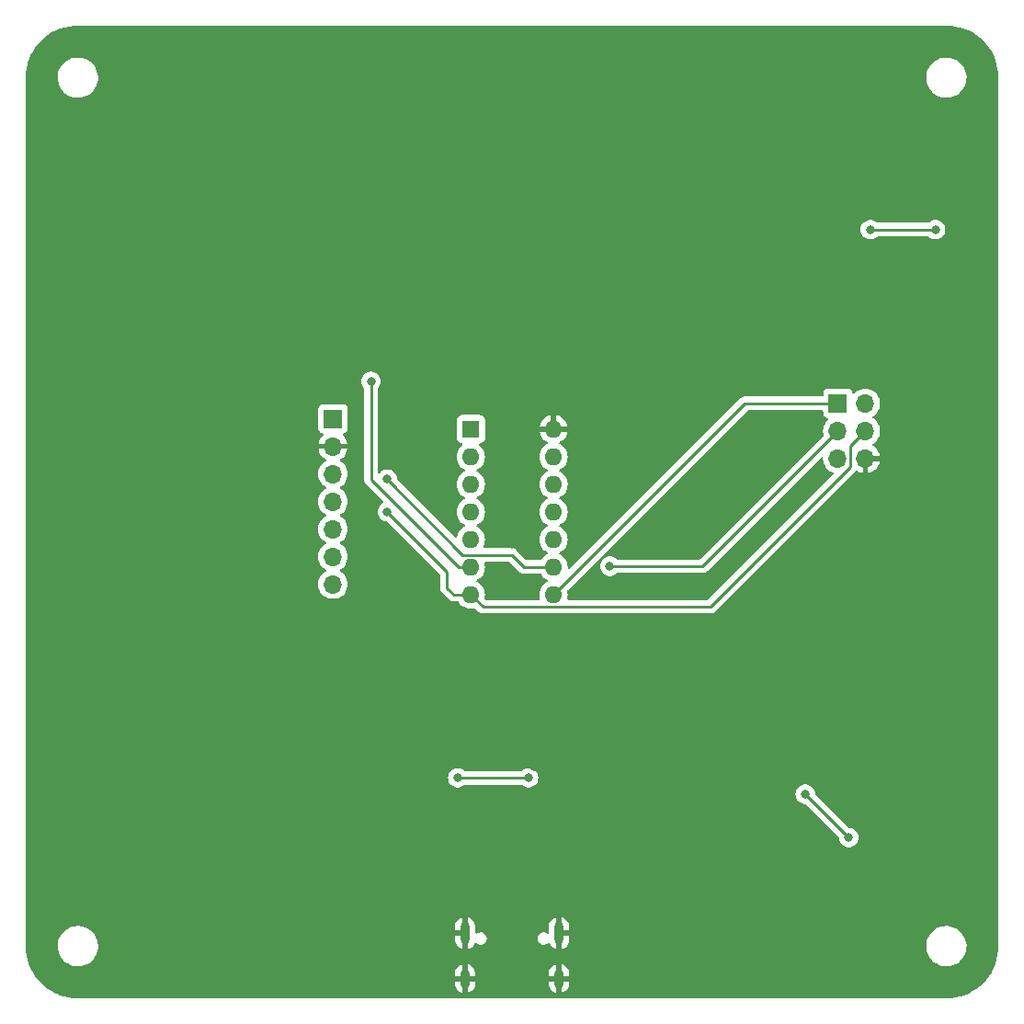
<source format=gbl>
%TF.GenerationSoftware,KiCad,Pcbnew,7.0.9*%
%TF.CreationDate,2023-11-22T04:12:16+01:00*%
%TF.ProjectId,Co2-Sensor,436f322d-5365-46e7-936f-722e6b696361,rev?*%
%TF.SameCoordinates,Original*%
%TF.FileFunction,Copper,L2,Bot*%
%TF.FilePolarity,Positive*%
%FSLAX46Y46*%
G04 Gerber Fmt 4.6, Leading zero omitted, Abs format (unit mm)*
G04 Created by KiCad (PCBNEW 7.0.9) date 2023-11-22 04:12:16*
%MOMM*%
%LPD*%
G01*
G04 APERTURE LIST*
%TA.AperFunction,ComponentPad*%
%ADD10R,1.700000X1.700000*%
%TD*%
%TA.AperFunction,ComponentPad*%
%ADD11O,1.700000X1.700000*%
%TD*%
%TA.AperFunction,ComponentPad*%
%ADD12R,1.600000X1.600000*%
%TD*%
%TA.AperFunction,ComponentPad*%
%ADD13O,1.600000X1.600000*%
%TD*%
%TA.AperFunction,ComponentPad*%
%ADD14O,0.900000X2.000000*%
%TD*%
%TA.AperFunction,ComponentPad*%
%ADD15O,0.900000X1.700000*%
%TD*%
%TA.AperFunction,ViaPad*%
%ADD16C,0.800000*%
%TD*%
%TA.AperFunction,Conductor*%
%ADD17C,0.250000*%
%TD*%
G04 APERTURE END LIST*
D10*
%TO.P,J1,1,Pin_1*%
%TO.N,/MISO*%
X144000000Y-75000000D03*
D11*
%TO.P,J1,2,Pin_2*%
%TO.N,VCC*%
X146540000Y-75000000D03*
%TO.P,J1,3,Pin_3*%
%TO.N,/SCK*%
X144000000Y-77540000D03*
%TO.P,J1,4,Pin_4*%
%TO.N,/MOSI*%
X146540000Y-77540000D03*
%TO.P,J1,5,Pin_5*%
%TO.N,/RESET*%
X144000000Y-80080000D03*
%TO.P,J1,6,Pin_6*%
%TO.N,GND*%
X146540000Y-80080000D03*
%TD*%
D10*
%TO.P,J3,1,Pin_1*%
%TO.N,VCC*%
X97500000Y-76420000D03*
D11*
%TO.P,J3,2,Pin_2*%
%TO.N,GND*%
X97500000Y-78960000D03*
%TO.P,J3,3,Pin_3*%
%TO.N,/SCK*%
X97500000Y-81500000D03*
%TO.P,J3,4,Pin_4*%
%TO.N,/MOSI*%
X97500000Y-84040000D03*
%TO.P,J3,5,Pin_5*%
%TO.N,unconnected-(J3-Pin_5-Pad5)*%
X97500000Y-86580000D03*
%TO.P,J3,6,Pin_6*%
%TO.N,unconnected-(J3-Pin_6-Pad6)*%
X97500000Y-89120000D03*
%TO.P,J3,7,Pin_7*%
%TO.N,unconnected-(J3-Pin_7-Pad7)*%
X97500000Y-91660000D03*
%TD*%
D12*
%TO.P,U2,1,VCC*%
%TO.N,VCC*%
X110200000Y-77375000D03*
D13*
%TO.P,U2,2,XTAL1/PB0*%
%TO.N,unconnected-(U2-XTAL1{slash}PB0-Pad2)*%
X110200000Y-79915000D03*
%TO.P,U2,3,XTAL2/PB1*%
%TO.N,unconnected-(U2-XTAL2{slash}PB1-Pad3)*%
X110200000Y-82455000D03*
%TO.P,U2,4,~{RESET}/PB3*%
%TO.N,/RESET*%
X110200000Y-84995000D03*
%TO.P,U2,5,PB2*%
%TO.N,unconnected-(U2-PB2-Pad5)*%
X110200000Y-87535000D03*
%TO.P,U2,6,PA7*%
%TO.N,/LED-Data*%
X110200000Y-90075000D03*
%TO.P,U2,7,PA6*%
%TO.N,/MOSI*%
X110200000Y-92615000D03*
%TO.P,U2,8,PA5*%
%TO.N,/MISO*%
X117820000Y-92615000D03*
%TO.P,U2,9,PA4*%
%TO.N,/SCK*%
X117820000Y-90075000D03*
%TO.P,U2,10,PA3*%
%TO.N,unconnected-(U2-PA3-Pad10)*%
X117820000Y-87535000D03*
%TO.P,U2,11,PA2*%
%TO.N,unconnected-(U2-PA2-Pad11)*%
X117820000Y-84995000D03*
%TO.P,U2,12,PA1*%
%TO.N,unconnected-(U2-PA1-Pad12)*%
X117820000Y-82455000D03*
%TO.P,U2,13,AREF/PA0*%
%TO.N,unconnected-(U2-AREF{slash}PA0-Pad13)*%
X117820000Y-79915000D03*
%TO.P,U2,14,GND*%
%TO.N,GND*%
X117820000Y-77375000D03*
%TD*%
D14*
%TO.P,J2,S1,SHIELD*%
%TO.N,GND*%
X109680000Y-123820000D03*
D15*
X109680000Y-127990000D03*
D14*
X118320000Y-123820000D03*
D15*
X118320000Y-127990000D03*
%TD*%
D16*
%TO.N,GND*%
X142500000Y-49000000D03*
X107000000Y-79000000D03*
X117000000Y-73000000D03*
X140000000Y-79000000D03*
X74000000Y-64000000D03*
X79000000Y-109000000D03*
X114000000Y-88000000D03*
X107000000Y-91000000D03*
X99000000Y-63500000D03*
X155500000Y-69000000D03*
X103000000Y-89000000D03*
X135000000Y-116000000D03*
X99000000Y-68500000D03*
X113500000Y-48500000D03*
X149000000Y-111000000D03*
X98000000Y-58000000D03*
X79000000Y-64000000D03*
X138000000Y-90000000D03*
X125000000Y-116000000D03*
X122000000Y-92000000D03*
X103000000Y-101000000D03*
X117000000Y-68000000D03*
X158000000Y-97000000D03*
X106000000Y-117000000D03*
X86500000Y-112500000D03*
X86000000Y-117000000D03*
X142500000Y-52500000D03*
X95500000Y-59500000D03*
X110000000Y-75000000D03*
X77000000Y-58500000D03*
X107000000Y-84000000D03*
X152000000Y-97000000D03*
X158000000Y-69000000D03*
X116500000Y-111500000D03*
X79000000Y-52500000D03*
X114000000Y-92000000D03*
X114000000Y-84000000D03*
X152000000Y-69000000D03*
X119000000Y-116000000D03*
X79000000Y-49000000D03*
X141000000Y-76000000D03*
X107000000Y-101000000D03*
X136000000Y-88000000D03*
X125000000Y-68000000D03*
X113000000Y-116000000D03*
X131000000Y-76000000D03*
X106000000Y-112500000D03*
X125000000Y-73000000D03*
X130000000Y-83000000D03*
X81500000Y-58500000D03*
X103000000Y-68500000D03*
X130000000Y-88000000D03*
X74000000Y-109000000D03*
X106000000Y-108500000D03*
X136000000Y-73000000D03*
X113500000Y-52500000D03*
X103000000Y-63500000D03*
X106000000Y-73000000D03*
X125000000Y-83000000D03*
X125000000Y-108500000D03*
X125000000Y-88000000D03*
X141000000Y-68000000D03*
X90500000Y-54500000D03*
X141000000Y-108500000D03*
X135000000Y-111500000D03*
X103000000Y-79000000D03*
X135000000Y-108500000D03*
X144000000Y-116000000D03*
X144000000Y-84000000D03*
X155500000Y-97000000D03*
X144000000Y-111000000D03*
X136000000Y-68000000D03*
X141000000Y-73000000D03*
X136000000Y-83000000D03*
X109000000Y-95000000D03*
X134000000Y-94000000D03*
X116000000Y-108500000D03*
X86000000Y-108500000D03*
X136000000Y-76000000D03*
X93000000Y-49000000D03*
X125000000Y-111500000D03*
X126000000Y-95000000D03*
X93000000Y-52500000D03*
X131000000Y-92000000D03*
X116000000Y-95000000D03*
%TO.N,/LED-Data*%
X101000000Y-73000000D03*
%TO.N,Net-(D2-DOUT)*%
X147000000Y-59000000D03*
X153000000Y-59000000D03*
%TO.N,Net-(D3-DOUT)*%
X145000000Y-115000000D03*
X115500000Y-109500000D03*
X109000000Y-109500000D03*
X141000000Y-111000000D03*
%TO.N,/SCK*%
X102500000Y-82000000D03*
X123000000Y-90000000D03*
%TO.N,/MOSI*%
X102500000Y-85000000D03*
%TD*%
D17*
%TO.N,/LED-Data*%
X109068630Y-90075000D02*
X101000000Y-82006370D01*
X101000000Y-82006370D02*
X101000000Y-73000000D01*
X110200000Y-90075000D02*
X109068630Y-90075000D01*
%TO.N,Net-(D2-DOUT)*%
X147000000Y-59000000D02*
X153000000Y-59000000D01*
%TO.N,Net-(D3-DOUT)*%
X115500000Y-109500000D02*
X109000000Y-109500000D01*
X145000000Y-115000000D02*
X141000000Y-111000000D01*
%TO.N,/MISO*%
X135435000Y-75000000D02*
X117820000Y-92615000D01*
X144000000Y-75000000D02*
X135435000Y-75000000D01*
%TO.N,/SCK*%
X115075000Y-90075000D02*
X117820000Y-90075000D01*
X113950000Y-88950000D02*
X115075000Y-90075000D01*
X102500000Y-82000000D02*
X109450000Y-88950000D01*
X131540000Y-90000000D02*
X123000000Y-90000000D01*
X144000000Y-77540000D02*
X131540000Y-90000000D01*
X109450000Y-88950000D02*
X113950000Y-88950000D01*
%TO.N,/MOSI*%
X111325000Y-93740000D02*
X110200000Y-92615000D01*
X108000000Y-92000000D02*
X108615000Y-92615000D01*
X102500000Y-85000000D02*
X108000000Y-90500000D01*
X132260000Y-93740000D02*
X111325000Y-93740000D01*
X108000000Y-90500000D02*
X108000000Y-92000000D01*
X108615000Y-92615000D02*
X110200000Y-92615000D01*
X145175000Y-80825000D02*
X132260000Y-93740000D01*
X146540000Y-77540000D02*
X145175000Y-78905000D01*
X145175000Y-78905000D02*
X145175000Y-80825000D01*
%TD*%
%TA.AperFunction,Conductor*%
%TO.N,GND*%
G36*
X113706587Y-89595185D02*
G01*
X113727229Y-89611819D01*
X114574197Y-90458788D01*
X114584022Y-90471051D01*
X114584243Y-90470869D01*
X114589214Y-90476878D01*
X114610797Y-90497145D01*
X114639635Y-90524226D01*
X114660529Y-90545120D01*
X114666011Y-90549373D01*
X114670443Y-90553157D01*
X114704418Y-90585062D01*
X114721976Y-90594714D01*
X114738235Y-90605395D01*
X114754064Y-90617673D01*
X114796838Y-90636182D01*
X114802056Y-90638738D01*
X114842908Y-90661197D01*
X114862316Y-90666180D01*
X114880717Y-90672480D01*
X114899104Y-90680437D01*
X114942488Y-90687308D01*
X114945119Y-90687725D01*
X114950839Y-90688909D01*
X114995981Y-90700500D01*
X115016016Y-90700500D01*
X115035414Y-90702026D01*
X115055194Y-90705159D01*
X115055195Y-90705160D01*
X115055195Y-90705159D01*
X115055196Y-90705160D01*
X115101584Y-90700775D01*
X115107422Y-90700500D01*
X116605812Y-90700500D01*
X116672851Y-90720185D01*
X116707387Y-90753377D01*
X116819954Y-90914141D01*
X116980858Y-91075045D01*
X116980861Y-91075047D01*
X117167266Y-91205568D01*
X117225275Y-91232618D01*
X117277714Y-91278791D01*
X117296866Y-91345984D01*
X117276650Y-91412865D01*
X117225275Y-91457382D01*
X117167267Y-91484431D01*
X117167265Y-91484432D01*
X116980858Y-91614954D01*
X116819954Y-91775858D01*
X116689432Y-91962265D01*
X116689431Y-91962267D01*
X116593261Y-92168502D01*
X116593258Y-92168511D01*
X116534366Y-92388302D01*
X116534364Y-92388313D01*
X116514532Y-92614998D01*
X116514532Y-92615001D01*
X116534364Y-92841686D01*
X116534366Y-92841697D01*
X116565638Y-92958407D01*
X116563975Y-93028257D01*
X116524812Y-93086119D01*
X116460583Y-93113623D01*
X116445863Y-93114500D01*
X111635453Y-93114500D01*
X111568414Y-93094815D01*
X111547772Y-93078181D01*
X111499413Y-93029822D01*
X111465928Y-92968499D01*
X111467319Y-92910048D01*
X111485635Y-92841692D01*
X111505468Y-92615000D01*
X111485635Y-92388308D01*
X111426739Y-92168504D01*
X111330568Y-91962266D01*
X111200047Y-91775861D01*
X111200045Y-91775858D01*
X111039141Y-91614954D01*
X110852734Y-91484432D01*
X110852728Y-91484429D01*
X110794725Y-91457382D01*
X110742285Y-91411210D01*
X110723133Y-91344017D01*
X110743348Y-91277135D01*
X110794725Y-91232618D01*
X110852734Y-91205568D01*
X111039139Y-91075047D01*
X111200047Y-90914139D01*
X111330568Y-90727734D01*
X111426739Y-90521496D01*
X111485635Y-90301692D01*
X111505468Y-90075000D01*
X111485635Y-89848308D01*
X111472110Y-89797830D01*
X111454362Y-89731593D01*
X111456025Y-89661743D01*
X111495188Y-89603881D01*
X111559417Y-89576377D01*
X111574137Y-89575500D01*
X113639548Y-89575500D01*
X113706587Y-89595185D01*
G37*
%TD.AperFunction*%
%TA.AperFunction,Conductor*%
G36*
X142592540Y-75645185D02*
G01*
X142638295Y-75697989D01*
X142649501Y-75749500D01*
X142649501Y-75897876D01*
X142655908Y-75957483D01*
X142706202Y-76092328D01*
X142706206Y-76092335D01*
X142792452Y-76207544D01*
X142792455Y-76207547D01*
X142907664Y-76293793D01*
X142907671Y-76293797D01*
X143039081Y-76342810D01*
X143095015Y-76384681D01*
X143119432Y-76450145D01*
X143104580Y-76518418D01*
X143083430Y-76546673D01*
X142961503Y-76668600D01*
X142825965Y-76862169D01*
X142825964Y-76862171D01*
X142726098Y-77076335D01*
X142726094Y-77076344D01*
X142664938Y-77304586D01*
X142664936Y-77304596D01*
X142644341Y-77539999D01*
X142644341Y-77540000D01*
X142664936Y-77775403D01*
X142664938Y-77775413D01*
X142691856Y-77875872D01*
X142690193Y-77945722D01*
X142659762Y-77995646D01*
X131317228Y-89338181D01*
X131255905Y-89371666D01*
X131229547Y-89374500D01*
X123703748Y-89374500D01*
X123636709Y-89354815D01*
X123611600Y-89333474D01*
X123605873Y-89327114D01*
X123605869Y-89327110D01*
X123452734Y-89215851D01*
X123452729Y-89215848D01*
X123279807Y-89138857D01*
X123279802Y-89138855D01*
X123134001Y-89107865D01*
X123094646Y-89099500D01*
X122905354Y-89099500D01*
X122872897Y-89106398D01*
X122720197Y-89138855D01*
X122720192Y-89138857D01*
X122547270Y-89215848D01*
X122547265Y-89215851D01*
X122394129Y-89327111D01*
X122267466Y-89467785D01*
X122172821Y-89631715D01*
X122172818Y-89631722D01*
X122114327Y-89811740D01*
X122114326Y-89811744D01*
X122094540Y-90000000D01*
X122114326Y-90188256D01*
X122114327Y-90188259D01*
X122172818Y-90368277D01*
X122172821Y-90368284D01*
X122267467Y-90532216D01*
X122366368Y-90642056D01*
X122394129Y-90672888D01*
X122547265Y-90784148D01*
X122547270Y-90784151D01*
X122720192Y-90861142D01*
X122720197Y-90861144D01*
X122905354Y-90900500D01*
X122905355Y-90900500D01*
X123094644Y-90900500D01*
X123094646Y-90900500D01*
X123279803Y-90861144D01*
X123452730Y-90784151D01*
X123605871Y-90672888D01*
X123608788Y-90669647D01*
X123611600Y-90666526D01*
X123671087Y-90629879D01*
X123703748Y-90625500D01*
X131457257Y-90625500D01*
X131472877Y-90627224D01*
X131472904Y-90626939D01*
X131480660Y-90627671D01*
X131480667Y-90627673D01*
X131549814Y-90625500D01*
X131579350Y-90625500D01*
X131586228Y-90624630D01*
X131592041Y-90624172D01*
X131638627Y-90622709D01*
X131657869Y-90617117D01*
X131676912Y-90613174D01*
X131696792Y-90610664D01*
X131740122Y-90593507D01*
X131745646Y-90591617D01*
X131749396Y-90590527D01*
X131790390Y-90578618D01*
X131807629Y-90568422D01*
X131825103Y-90559862D01*
X131843727Y-90552488D01*
X131843727Y-90552487D01*
X131843732Y-90552486D01*
X131881449Y-90525082D01*
X131886305Y-90521892D01*
X131926420Y-90498170D01*
X131940589Y-90483999D01*
X131955379Y-90471368D01*
X131971587Y-90459594D01*
X132001299Y-90423676D01*
X132005212Y-90419376D01*
X142432662Y-79991927D01*
X142493983Y-79958444D01*
X142563675Y-79963428D01*
X142619608Y-80005300D01*
X142644025Y-80070764D01*
X142644341Y-80079610D01*
X142644341Y-80080000D01*
X142664936Y-80315403D01*
X142664938Y-80315413D01*
X142726094Y-80543655D01*
X142726096Y-80543659D01*
X142726097Y-80543663D01*
X142824244Y-80754139D01*
X142825965Y-80757830D01*
X142825967Y-80757834D01*
X142871017Y-80822171D01*
X142961505Y-80951401D01*
X143128599Y-81118495D01*
X143222174Y-81184017D01*
X143322165Y-81254032D01*
X143322167Y-81254033D01*
X143322170Y-81254035D01*
X143478882Y-81327111D01*
X143529400Y-81350668D01*
X143581839Y-81396840D01*
X143600991Y-81464034D01*
X143580775Y-81530915D01*
X143564676Y-81550731D01*
X132037228Y-93078181D01*
X131975905Y-93111666D01*
X131949547Y-93114500D01*
X119194137Y-93114500D01*
X119127098Y-93094815D01*
X119081343Y-93042011D01*
X119071399Y-92972853D01*
X119074362Y-92958407D01*
X119088263Y-92906524D01*
X119105635Y-92841692D01*
X119125468Y-92615000D01*
X119105635Y-92388308D01*
X119087318Y-92319948D01*
X119088981Y-92250103D01*
X119119410Y-92200179D01*
X135657772Y-75661819D01*
X135719095Y-75628334D01*
X135745453Y-75625500D01*
X142525501Y-75625500D01*
X142592540Y-75645185D01*
G37*
%TD.AperFunction*%
%TA.AperFunction,Conductor*%
G36*
X154415621Y-40218646D02*
G01*
X154420974Y-40219115D01*
X154830745Y-40273062D01*
X154836061Y-40274000D01*
X155239562Y-40363454D01*
X155244774Y-40364850D01*
X155614350Y-40481376D01*
X155638941Y-40489130D01*
X155644026Y-40490981D01*
X155735018Y-40528671D01*
X156025873Y-40649147D01*
X156030743Y-40651418D01*
X156397371Y-40842272D01*
X156402020Y-40844957D01*
X156750602Y-41067029D01*
X156755024Y-41070125D01*
X157082913Y-41321723D01*
X157087058Y-41325202D01*
X157391775Y-41604423D01*
X157395576Y-41608224D01*
X157604186Y-41835882D01*
X157674797Y-41912941D01*
X157678276Y-41917086D01*
X157929874Y-42244975D01*
X157932973Y-42249401D01*
X158155037Y-42597972D01*
X158157731Y-42602635D01*
X158348572Y-42969238D01*
X158350859Y-42974142D01*
X158509018Y-43355973D01*
X158510869Y-43361058D01*
X158635145Y-43755210D01*
X158636545Y-43760437D01*
X158725999Y-44163938D01*
X158726939Y-44169267D01*
X158780882Y-44579008D01*
X158781354Y-44584399D01*
X158799500Y-45000000D01*
X158799500Y-125000000D01*
X158781354Y-125415600D01*
X158780882Y-125420991D01*
X158726939Y-125830732D01*
X158725999Y-125836061D01*
X158636545Y-126239562D01*
X158635145Y-126244789D01*
X158510869Y-126638941D01*
X158509018Y-126644026D01*
X158350859Y-127025857D01*
X158348571Y-127030761D01*
X158199671Y-127316799D01*
X158157738Y-127397351D01*
X158155032Y-127402037D01*
X157932978Y-127750591D01*
X157929874Y-127755024D01*
X157678276Y-128082913D01*
X157674797Y-128087058D01*
X157395589Y-128391762D01*
X157391762Y-128395589D01*
X157087058Y-128674797D01*
X157082913Y-128678276D01*
X156755024Y-128929874D01*
X156750591Y-128932978D01*
X156402037Y-129155032D01*
X156397353Y-129157736D01*
X156151998Y-129285460D01*
X156030761Y-129348572D01*
X156025857Y-129350859D01*
X155644026Y-129509018D01*
X155638941Y-129510869D01*
X155244789Y-129635145D01*
X155239562Y-129636545D01*
X154836061Y-129725999D01*
X154830732Y-129726939D01*
X154420991Y-129780882D01*
X154415600Y-129781354D01*
X154000000Y-129799500D01*
X74000000Y-129799500D01*
X73584399Y-129781354D01*
X73579008Y-129780882D01*
X73169267Y-129726939D01*
X73163938Y-129725999D01*
X72760437Y-129636545D01*
X72755210Y-129635145D01*
X72361058Y-129510869D01*
X72355973Y-129509018D01*
X72056870Y-129385125D01*
X71974136Y-129350856D01*
X71969246Y-129348576D01*
X71602635Y-129157731D01*
X71597972Y-129155037D01*
X71249401Y-128932973D01*
X71244975Y-128929874D01*
X70917086Y-128678276D01*
X70912941Y-128674797D01*
X70777475Y-128550666D01*
X70654714Y-128438176D01*
X108730000Y-128438176D01*
X108744647Y-128582221D01*
X108802484Y-128766561D01*
X108802489Y-128766571D01*
X108896251Y-128935498D01*
X108896256Y-128935505D01*
X109022107Y-129082105D01*
X109174890Y-129200368D01*
X109174894Y-129200370D01*
X109348363Y-129285460D01*
X109430000Y-129306596D01*
X109430000Y-128556110D01*
X109454457Y-128595610D01*
X109543962Y-128663201D01*
X109651840Y-128693895D01*
X109763521Y-128683546D01*
X109863922Y-128633552D01*
X109930000Y-128561069D01*
X109930000Y-129310470D01*
X110100524Y-129247315D01*
X110100531Y-129247312D01*
X110264503Y-129145107D01*
X110404534Y-129011997D01*
X110404535Y-129011996D01*
X110514913Y-128853413D01*
X110591106Y-128675862D01*
X110630000Y-128486606D01*
X110630000Y-128438176D01*
X117370000Y-128438176D01*
X117384647Y-128582221D01*
X117442484Y-128766561D01*
X117442489Y-128766571D01*
X117536251Y-128935498D01*
X117536256Y-128935505D01*
X117662107Y-129082105D01*
X117814890Y-129200368D01*
X117814894Y-129200370D01*
X117988363Y-129285460D01*
X118070000Y-129306596D01*
X118070000Y-128556110D01*
X118094457Y-128595610D01*
X118183962Y-128663201D01*
X118291840Y-128693895D01*
X118403521Y-128683546D01*
X118503922Y-128633552D01*
X118570000Y-128561069D01*
X118570000Y-129310470D01*
X118740524Y-129247315D01*
X118740531Y-129247312D01*
X118904503Y-129145107D01*
X119044534Y-129011997D01*
X119044535Y-129011996D01*
X119154913Y-128853413D01*
X119231106Y-128675862D01*
X119270000Y-128486606D01*
X119270000Y-128240000D01*
X118620000Y-128240000D01*
X118620000Y-127740000D01*
X119270000Y-127740000D01*
X119270000Y-127541823D01*
X119255352Y-127397778D01*
X119197515Y-127213438D01*
X119197510Y-127213428D01*
X119103748Y-127044501D01*
X119103743Y-127044494D01*
X118977892Y-126897894D01*
X118825109Y-126779631D01*
X118825105Y-126779629D01*
X118651642Y-126694542D01*
X118651643Y-126694542D01*
X118570000Y-126673403D01*
X118570000Y-127423889D01*
X118545543Y-127384390D01*
X118456038Y-127316799D01*
X118348160Y-127286105D01*
X118236479Y-127296454D01*
X118136078Y-127346448D01*
X118070000Y-127418930D01*
X118070000Y-126669528D01*
X117899472Y-126732685D01*
X117899468Y-126732687D01*
X117735496Y-126834892D01*
X117595465Y-126968002D01*
X117595464Y-126968003D01*
X117485086Y-127126586D01*
X117408893Y-127304137D01*
X117370000Y-127493393D01*
X117370000Y-127740000D01*
X118020000Y-127740000D01*
X118020000Y-128240000D01*
X117370000Y-128240000D01*
X117370000Y-128438176D01*
X110630000Y-128438176D01*
X110630000Y-128240000D01*
X109980000Y-128240000D01*
X109980000Y-127740000D01*
X110630000Y-127740000D01*
X110630000Y-127541823D01*
X110615352Y-127397778D01*
X110557515Y-127213438D01*
X110557510Y-127213428D01*
X110463748Y-127044501D01*
X110463743Y-127044494D01*
X110337892Y-126897894D01*
X110185109Y-126779631D01*
X110185105Y-126779629D01*
X110011642Y-126694542D01*
X110011643Y-126694542D01*
X109930000Y-126673403D01*
X109930000Y-127423889D01*
X109905543Y-127384390D01*
X109816038Y-127316799D01*
X109708160Y-127286105D01*
X109596479Y-127296454D01*
X109496078Y-127346448D01*
X109430000Y-127418930D01*
X109430000Y-126669528D01*
X109259472Y-126732685D01*
X109259468Y-126732687D01*
X109095496Y-126834892D01*
X108955465Y-126968002D01*
X108955464Y-126968003D01*
X108845086Y-127126586D01*
X108768893Y-127304137D01*
X108730000Y-127493393D01*
X108730000Y-127740000D01*
X109380000Y-127740000D01*
X109380000Y-128240000D01*
X108730000Y-128240000D01*
X108730000Y-128438176D01*
X70654714Y-128438176D01*
X70608224Y-128395576D01*
X70604423Y-128391775D01*
X70325202Y-128087058D01*
X70321723Y-128082913D01*
X70276880Y-128024473D01*
X70070123Y-127755021D01*
X70067029Y-127750602D01*
X69844957Y-127402020D01*
X69842272Y-127397371D01*
X69651418Y-127030743D01*
X69649147Y-127025873D01*
X69527705Y-126732687D01*
X69490981Y-126644026D01*
X69489130Y-126638941D01*
X69481376Y-126614350D01*
X69364850Y-126244774D01*
X69363454Y-126239562D01*
X69274000Y-125836061D01*
X69273062Y-125830745D01*
X69219115Y-125420974D01*
X69218646Y-125415621D01*
X69203465Y-125067909D01*
X72141779Y-125067909D01*
X72171468Y-125337735D01*
X72171470Y-125337748D01*
X72206127Y-125470315D01*
X72240132Y-125600384D01*
X72346303Y-125850224D01*
X72418588Y-125968668D01*
X72487716Y-126081940D01*
X72487717Y-126081942D01*
X72487719Y-126081944D01*
X72661368Y-126290604D01*
X72863546Y-126471757D01*
X73089947Y-126621542D01*
X73335743Y-126736767D01*
X73595697Y-126814975D01*
X73864268Y-126854500D01*
X73864273Y-126854500D01*
X74067786Y-126854500D01*
X74119394Y-126850722D01*
X74270740Y-126839645D01*
X74381488Y-126814975D01*
X74535702Y-126780623D01*
X74535704Y-126780622D01*
X74535709Y-126780621D01*
X74789261Y-126683646D01*
X75025991Y-126550786D01*
X75240853Y-126384875D01*
X75429269Y-126189447D01*
X75587223Y-125968668D01*
X75711348Y-125727244D01*
X75798998Y-125470320D01*
X75848306Y-125203371D01*
X75858220Y-124932089D01*
X75828530Y-124662253D01*
X75764720Y-124418176D01*
X108730000Y-124418176D01*
X108744647Y-124562221D01*
X108802484Y-124746561D01*
X108802489Y-124746571D01*
X108896251Y-124915498D01*
X108896256Y-124915505D01*
X109022107Y-125062105D01*
X109174890Y-125180368D01*
X109174894Y-125180370D01*
X109348363Y-125265460D01*
X109430000Y-125286596D01*
X109430000Y-124536110D01*
X109454457Y-124575610D01*
X109543962Y-124643201D01*
X109651840Y-124673895D01*
X109763521Y-124663546D01*
X109863922Y-124613552D01*
X109930000Y-124541069D01*
X109930000Y-125290470D01*
X110100524Y-125227315D01*
X110100531Y-125227312D01*
X110264503Y-125125107D01*
X110404534Y-124991997D01*
X110404535Y-124991996D01*
X110514914Y-124833412D01*
X110545322Y-124762552D01*
X110589848Y-124708708D01*
X110656416Y-124687484D01*
X110723891Y-124705619D01*
X110749892Y-124726809D01*
X110756772Y-124734176D01*
X110887010Y-124813375D01*
X111033786Y-124854500D01*
X111033787Y-124854500D01*
X111147928Y-124854500D01*
X111176197Y-124850614D01*
X111261009Y-124838957D01*
X111400818Y-124778230D01*
X111519058Y-124682034D01*
X111606961Y-124557504D01*
X111653669Y-124426080D01*
X111658005Y-124413881D01*
X111658005Y-124413879D01*
X111658006Y-124413877D01*
X111663183Y-124338196D01*
X116331592Y-124338196D01*
X116362604Y-124487436D01*
X116432731Y-124622775D01*
X116536772Y-124734176D01*
X116667010Y-124813375D01*
X116813786Y-124854500D01*
X116813787Y-124854500D01*
X116927928Y-124854500D01*
X116956197Y-124850614D01*
X117041009Y-124838957D01*
X117180818Y-124778230D01*
X117258358Y-124715145D01*
X117322784Y-124688107D01*
X117391601Y-124700191D01*
X117442959Y-124747563D01*
X117445033Y-124751155D01*
X117536251Y-124915498D01*
X117536256Y-124915505D01*
X117662107Y-125062105D01*
X117814890Y-125180368D01*
X117814894Y-125180370D01*
X117988363Y-125265460D01*
X118070000Y-125286596D01*
X118070000Y-124536110D01*
X118094457Y-124575610D01*
X118183962Y-124643201D01*
X118291840Y-124673895D01*
X118403521Y-124663546D01*
X118503922Y-124613552D01*
X118570000Y-124541069D01*
X118570000Y-125290470D01*
X118740524Y-125227315D01*
X118740531Y-125227312D01*
X118904503Y-125125107D01*
X118964675Y-125067909D01*
X152141779Y-125067909D01*
X152171468Y-125337735D01*
X152171470Y-125337748D01*
X152206127Y-125470315D01*
X152240132Y-125600384D01*
X152346303Y-125850224D01*
X152418588Y-125968668D01*
X152487716Y-126081940D01*
X152487717Y-126081942D01*
X152487719Y-126081944D01*
X152661368Y-126290604D01*
X152863546Y-126471757D01*
X153089947Y-126621542D01*
X153335743Y-126736767D01*
X153595697Y-126814975D01*
X153864268Y-126854500D01*
X153864273Y-126854500D01*
X154067786Y-126854500D01*
X154119394Y-126850722D01*
X154270740Y-126839645D01*
X154381488Y-126814975D01*
X154535702Y-126780623D01*
X154535704Y-126780622D01*
X154535709Y-126780621D01*
X154789261Y-126683646D01*
X155025991Y-126550786D01*
X155240853Y-126384875D01*
X155429269Y-126189447D01*
X155587223Y-125968668D01*
X155711348Y-125727244D01*
X155798998Y-125470320D01*
X155848306Y-125203371D01*
X155858220Y-124932089D01*
X155828530Y-124662253D01*
X155759868Y-124399616D01*
X155653697Y-124149776D01*
X155512281Y-123918056D01*
X155338632Y-123709396D01*
X155136454Y-123528243D01*
X154910053Y-123378458D01*
X154664257Y-123263233D01*
X154404303Y-123185025D01*
X154404301Y-123185024D01*
X154404299Y-123185024D01*
X154307999Y-123170852D01*
X154135732Y-123145500D01*
X153932219Y-123145500D01*
X153932214Y-123145500D01*
X153729260Y-123160355D01*
X153729246Y-123160357D01*
X153464297Y-123219376D01*
X153464290Y-123219379D01*
X153210736Y-123316355D01*
X152974012Y-123449211D01*
X152759140Y-123615130D01*
X152759139Y-123615132D01*
X152570734Y-123810549D01*
X152570732Y-123810551D01*
X152412778Y-124031329D01*
X152288656Y-124272746D01*
X152288649Y-124272762D01*
X152201005Y-124529666D01*
X152201001Y-124529684D01*
X152151693Y-124796631D01*
X152151693Y-124796633D01*
X152141779Y-125067909D01*
X118964675Y-125067909D01*
X119044534Y-124991997D01*
X119044535Y-124991996D01*
X119154913Y-124833413D01*
X119231106Y-124655862D01*
X119270000Y-124466606D01*
X119270000Y-124070000D01*
X118620000Y-124070000D01*
X118620000Y-123570000D01*
X119270000Y-123570000D01*
X119270000Y-123221823D01*
X119255352Y-123077778D01*
X119197515Y-122893438D01*
X119197510Y-122893428D01*
X119103748Y-122724501D01*
X119103743Y-122724494D01*
X118977892Y-122577894D01*
X118825109Y-122459631D01*
X118825105Y-122459629D01*
X118651642Y-122374542D01*
X118651643Y-122374542D01*
X118570000Y-122353403D01*
X118570000Y-123103889D01*
X118545543Y-123064390D01*
X118456038Y-122996799D01*
X118348160Y-122966105D01*
X118236479Y-122976454D01*
X118136078Y-123026448D01*
X118070000Y-123098930D01*
X118070000Y-122349528D01*
X117899472Y-122412685D01*
X117899468Y-122412687D01*
X117735496Y-122514892D01*
X117595465Y-122648002D01*
X117595464Y-122648003D01*
X117485086Y-122806586D01*
X117408893Y-122984137D01*
X117370000Y-123173393D01*
X117370000Y-123722382D01*
X117350315Y-123789421D01*
X117297511Y-123835176D01*
X117228353Y-123845120D01*
X117181572Y-123828330D01*
X117112992Y-123786626D01*
X117112991Y-123786625D01*
X117112990Y-123786625D01*
X116966214Y-123745500D01*
X116852073Y-123745500D01*
X116852072Y-123745500D01*
X116738993Y-123761042D01*
X116738987Y-123761044D01*
X116599182Y-123821769D01*
X116599180Y-123821771D01*
X116480945Y-123917963D01*
X116480940Y-123917968D01*
X116393038Y-124042496D01*
X116341994Y-124186118D01*
X116341994Y-124186121D01*
X116341994Y-124186123D01*
X116331592Y-124338196D01*
X111663183Y-124338196D01*
X111668408Y-124261804D01*
X111637396Y-124112564D01*
X111567269Y-123977225D01*
X111463228Y-123865824D01*
X111463227Y-123865823D01*
X111332992Y-123786626D01*
X111332991Y-123786625D01*
X111332990Y-123786625D01*
X111186214Y-123745500D01*
X111072073Y-123745500D01*
X111072072Y-123745500D01*
X110958993Y-123761042D01*
X110958987Y-123761044D01*
X110819180Y-123821770D01*
X110818423Y-123822231D01*
X110817637Y-123822440D01*
X110811402Y-123825149D01*
X110810995Y-123824212D01*
X110750915Y-123840242D01*
X110684386Y-123818895D01*
X110639959Y-123764969D01*
X110630000Y-123716280D01*
X110630000Y-123221823D01*
X110615352Y-123077778D01*
X110557515Y-122893438D01*
X110557510Y-122893428D01*
X110463748Y-122724501D01*
X110463743Y-122724494D01*
X110337892Y-122577894D01*
X110185109Y-122459631D01*
X110185105Y-122459629D01*
X110011642Y-122374542D01*
X110011643Y-122374542D01*
X109930000Y-122353403D01*
X109930000Y-123103889D01*
X109905543Y-123064390D01*
X109816038Y-122996799D01*
X109708160Y-122966105D01*
X109596479Y-122976454D01*
X109496078Y-123026448D01*
X109430000Y-123098930D01*
X109430000Y-122349528D01*
X109259472Y-122412685D01*
X109259468Y-122412687D01*
X109095496Y-122514892D01*
X108955465Y-122648002D01*
X108955464Y-122648003D01*
X108845086Y-122806586D01*
X108768893Y-122984137D01*
X108730000Y-123173393D01*
X108730000Y-123570000D01*
X109380000Y-123570000D01*
X109380000Y-124070000D01*
X108730000Y-124070000D01*
X108730000Y-124418176D01*
X75764720Y-124418176D01*
X75759868Y-124399616D01*
X75653697Y-124149776D01*
X75512281Y-123918056D01*
X75338632Y-123709396D01*
X75136454Y-123528243D01*
X74910053Y-123378458D01*
X74664257Y-123263233D01*
X74404303Y-123185025D01*
X74404301Y-123185024D01*
X74404299Y-123185024D01*
X74307999Y-123170852D01*
X74135732Y-123145500D01*
X73932219Y-123145500D01*
X73932214Y-123145500D01*
X73729260Y-123160355D01*
X73729246Y-123160357D01*
X73464297Y-123219376D01*
X73464290Y-123219379D01*
X73210736Y-123316355D01*
X72974012Y-123449211D01*
X72759140Y-123615130D01*
X72759139Y-123615132D01*
X72570734Y-123810549D01*
X72570732Y-123810551D01*
X72412778Y-124031329D01*
X72288656Y-124272746D01*
X72288649Y-124272762D01*
X72201005Y-124529666D01*
X72201001Y-124529684D01*
X72151693Y-124796631D01*
X72151693Y-124796633D01*
X72141779Y-125067909D01*
X69203465Y-125067909D01*
X69200500Y-125000000D01*
X69200500Y-124960118D01*
X69200500Y-111000000D01*
X140094540Y-111000000D01*
X140114326Y-111188256D01*
X140114327Y-111188259D01*
X140172818Y-111368277D01*
X140172821Y-111368284D01*
X140267467Y-111532216D01*
X140394129Y-111672888D01*
X140547265Y-111784148D01*
X140547270Y-111784151D01*
X140720192Y-111861142D01*
X140720197Y-111861144D01*
X140905354Y-111900500D01*
X140964548Y-111900500D01*
X141031587Y-111920185D01*
X141052229Y-111936819D01*
X144061038Y-114945629D01*
X144094523Y-115006952D01*
X144096678Y-115020348D01*
X144104968Y-115099227D01*
X144114326Y-115188256D01*
X144114327Y-115188259D01*
X144172818Y-115368277D01*
X144172821Y-115368284D01*
X144267467Y-115532216D01*
X144394129Y-115672888D01*
X144547265Y-115784148D01*
X144547270Y-115784151D01*
X144720192Y-115861142D01*
X144720197Y-115861144D01*
X144905354Y-115900500D01*
X144905355Y-115900500D01*
X145094644Y-115900500D01*
X145094646Y-115900500D01*
X145279803Y-115861144D01*
X145452730Y-115784151D01*
X145605871Y-115672888D01*
X145732533Y-115532216D01*
X145827179Y-115368284D01*
X145885674Y-115188256D01*
X145905460Y-115000000D01*
X145885674Y-114811744D01*
X145827179Y-114631716D01*
X145732533Y-114467784D01*
X145605871Y-114327112D01*
X145605870Y-114327111D01*
X145452734Y-114215851D01*
X145452729Y-114215848D01*
X145279807Y-114138857D01*
X145279802Y-114138855D01*
X145134001Y-114107865D01*
X145094646Y-114099500D01*
X145094645Y-114099500D01*
X145035453Y-114099500D01*
X144968414Y-114079815D01*
X144947772Y-114063181D01*
X141938960Y-111054369D01*
X141905475Y-110993046D01*
X141903323Y-110979668D01*
X141885674Y-110811744D01*
X141827179Y-110631716D01*
X141732533Y-110467784D01*
X141605871Y-110327112D01*
X141605870Y-110327111D01*
X141452734Y-110215851D01*
X141452729Y-110215848D01*
X141279807Y-110138857D01*
X141279802Y-110138855D01*
X141134001Y-110107865D01*
X141094646Y-110099500D01*
X140905354Y-110099500D01*
X140872897Y-110106398D01*
X140720197Y-110138855D01*
X140720192Y-110138857D01*
X140547270Y-110215848D01*
X140547265Y-110215851D01*
X140394129Y-110327111D01*
X140267466Y-110467785D01*
X140172821Y-110631715D01*
X140172818Y-110631722D01*
X140114327Y-110811740D01*
X140114326Y-110811744D01*
X140094540Y-111000000D01*
X69200500Y-111000000D01*
X69200500Y-109500000D01*
X108094540Y-109500000D01*
X108114326Y-109688256D01*
X108114327Y-109688259D01*
X108172818Y-109868277D01*
X108172821Y-109868284D01*
X108267467Y-110032216D01*
X108363487Y-110138857D01*
X108394129Y-110172888D01*
X108547265Y-110284148D01*
X108547270Y-110284151D01*
X108720192Y-110361142D01*
X108720197Y-110361144D01*
X108905354Y-110400500D01*
X108905355Y-110400500D01*
X109094644Y-110400500D01*
X109094646Y-110400500D01*
X109279803Y-110361144D01*
X109452730Y-110284151D01*
X109605871Y-110172888D01*
X109608788Y-110169647D01*
X109611600Y-110166526D01*
X109671087Y-110129879D01*
X109703748Y-110125500D01*
X114796252Y-110125500D01*
X114863291Y-110145185D01*
X114888400Y-110166526D01*
X114894126Y-110172885D01*
X114894130Y-110172889D01*
X115047265Y-110284148D01*
X115047270Y-110284151D01*
X115220192Y-110361142D01*
X115220197Y-110361144D01*
X115405354Y-110400500D01*
X115405355Y-110400500D01*
X115594644Y-110400500D01*
X115594646Y-110400500D01*
X115779803Y-110361144D01*
X115952730Y-110284151D01*
X116105871Y-110172888D01*
X116232533Y-110032216D01*
X116327179Y-109868284D01*
X116385674Y-109688256D01*
X116405460Y-109500000D01*
X116385674Y-109311744D01*
X116327179Y-109131716D01*
X116232533Y-108967784D01*
X116105871Y-108827112D01*
X116105870Y-108827111D01*
X115952734Y-108715851D01*
X115952729Y-108715848D01*
X115779807Y-108638857D01*
X115779802Y-108638855D01*
X115634001Y-108607865D01*
X115594646Y-108599500D01*
X115405354Y-108599500D01*
X115372897Y-108606398D01*
X115220197Y-108638855D01*
X115220192Y-108638857D01*
X115047270Y-108715848D01*
X115047265Y-108715851D01*
X114894130Y-108827110D01*
X114894126Y-108827114D01*
X114888400Y-108833474D01*
X114828913Y-108870121D01*
X114796252Y-108874500D01*
X109703748Y-108874500D01*
X109636709Y-108854815D01*
X109611600Y-108833474D01*
X109605873Y-108827114D01*
X109605869Y-108827110D01*
X109452734Y-108715851D01*
X109452729Y-108715848D01*
X109279807Y-108638857D01*
X109279802Y-108638855D01*
X109134001Y-108607865D01*
X109094646Y-108599500D01*
X108905354Y-108599500D01*
X108872897Y-108606398D01*
X108720197Y-108638855D01*
X108720192Y-108638857D01*
X108547270Y-108715848D01*
X108547265Y-108715851D01*
X108394129Y-108827111D01*
X108267466Y-108967785D01*
X108172821Y-109131715D01*
X108172818Y-109131722D01*
X108114327Y-109311740D01*
X108114326Y-109311744D01*
X108094540Y-109500000D01*
X69200500Y-109500000D01*
X69200500Y-91660000D01*
X96144341Y-91660000D01*
X96164936Y-91895403D01*
X96164938Y-91895413D01*
X96226094Y-92123655D01*
X96226096Y-92123659D01*
X96226097Y-92123663D01*
X96263017Y-92202837D01*
X96325965Y-92337830D01*
X96325967Y-92337834D01*
X96391614Y-92431587D01*
X96461505Y-92531401D01*
X96628599Y-92698495D01*
X96725384Y-92766265D01*
X96822165Y-92834032D01*
X96822167Y-92834033D01*
X96822170Y-92834035D01*
X97036337Y-92933903D01*
X97264592Y-92995063D01*
X97445251Y-93010869D01*
X97499999Y-93015659D01*
X97500000Y-93015659D01*
X97500001Y-93015659D01*
X97552668Y-93011051D01*
X97735408Y-92995063D01*
X97963663Y-92933903D01*
X98177830Y-92834035D01*
X98371401Y-92698495D01*
X98538495Y-92531401D01*
X98674035Y-92337830D01*
X98773903Y-92123663D01*
X98835063Y-91895408D01*
X98855659Y-91660000D01*
X98835063Y-91424592D01*
X98776377Y-91205570D01*
X98773905Y-91196344D01*
X98773904Y-91196343D01*
X98773903Y-91196337D01*
X98674035Y-90982171D01*
X98589292Y-90861144D01*
X98538494Y-90788597D01*
X98371402Y-90621506D01*
X98371396Y-90621501D01*
X98185842Y-90491575D01*
X98142217Y-90436998D01*
X98135023Y-90367500D01*
X98166546Y-90305145D01*
X98185842Y-90288425D01*
X98208026Y-90272891D01*
X98371401Y-90158495D01*
X98538495Y-89991401D01*
X98674035Y-89797830D01*
X98773903Y-89583663D01*
X98835063Y-89355408D01*
X98855659Y-89120000D01*
X98835063Y-88884592D01*
X98776377Y-88665570D01*
X98773905Y-88656344D01*
X98773904Y-88656343D01*
X98773903Y-88656337D01*
X98674035Y-88442171D01*
X98672472Y-88439938D01*
X98538494Y-88248597D01*
X98371402Y-88081506D01*
X98371396Y-88081501D01*
X98185842Y-87951575D01*
X98142217Y-87896998D01*
X98135023Y-87827500D01*
X98166546Y-87765145D01*
X98185842Y-87748425D01*
X98208026Y-87732891D01*
X98371401Y-87618495D01*
X98538495Y-87451401D01*
X98674035Y-87257830D01*
X98773903Y-87043663D01*
X98835063Y-86815408D01*
X98855659Y-86580000D01*
X98835063Y-86344592D01*
X98776377Y-86125570D01*
X98773905Y-86116344D01*
X98773904Y-86116343D01*
X98773903Y-86116337D01*
X98674035Y-85902171D01*
X98645307Y-85861142D01*
X98538494Y-85708597D01*
X98371402Y-85541506D01*
X98371396Y-85541501D01*
X98185842Y-85411575D01*
X98142217Y-85356998D01*
X98135023Y-85287500D01*
X98166546Y-85225145D01*
X98185842Y-85208425D01*
X98214646Y-85188256D01*
X98371401Y-85078495D01*
X98538495Y-84911401D01*
X98674035Y-84717830D01*
X98773903Y-84503663D01*
X98835063Y-84275408D01*
X98855659Y-84040000D01*
X98835063Y-83804592D01*
X98776377Y-83585570D01*
X98773905Y-83576344D01*
X98773904Y-83576343D01*
X98773903Y-83576337D01*
X98674035Y-83362171D01*
X98538495Y-83168599D01*
X98538494Y-83168597D01*
X98371402Y-83001506D01*
X98371396Y-83001501D01*
X98185842Y-82871575D01*
X98142217Y-82816998D01*
X98135023Y-82747500D01*
X98166546Y-82685145D01*
X98185842Y-82668425D01*
X98208026Y-82652891D01*
X98371401Y-82538495D01*
X98538495Y-82371401D01*
X98674035Y-82177830D01*
X98773903Y-81963663D01*
X98835063Y-81735408D01*
X98855659Y-81500000D01*
X98852840Y-81467785D01*
X98840533Y-81327111D01*
X98835063Y-81264592D01*
X98776377Y-81045570D01*
X98773905Y-81036344D01*
X98773904Y-81036343D01*
X98773903Y-81036337D01*
X98674035Y-80822171D01*
X98628984Y-80757830D01*
X98538494Y-80628597D01*
X98371402Y-80461506D01*
X98371401Y-80461505D01*
X98185405Y-80331269D01*
X98141781Y-80276692D01*
X98134588Y-80207193D01*
X98166110Y-80144839D01*
X98185405Y-80128119D01*
X98371082Y-79998105D01*
X98538105Y-79831082D01*
X98673600Y-79637578D01*
X98773429Y-79423492D01*
X98773432Y-79423486D01*
X98830636Y-79210000D01*
X97933686Y-79210000D01*
X97959493Y-79169844D01*
X98000000Y-79031889D01*
X98000000Y-78888111D01*
X97959493Y-78750156D01*
X97933686Y-78710000D01*
X98830636Y-78710000D01*
X98830635Y-78709999D01*
X98773432Y-78496513D01*
X98773429Y-78496507D01*
X98673600Y-78282422D01*
X98673599Y-78282420D01*
X98538113Y-78088926D01*
X98538108Y-78088920D01*
X98416053Y-77966865D01*
X98382568Y-77905542D01*
X98387552Y-77835850D01*
X98429424Y-77779917D01*
X98460400Y-77763002D01*
X98592331Y-77713796D01*
X98707546Y-77627546D01*
X98793796Y-77512331D01*
X98844091Y-77377483D01*
X98850500Y-77317873D01*
X98850499Y-75522128D01*
X98844091Y-75462517D01*
X98793796Y-75327669D01*
X98793795Y-75327668D01*
X98793793Y-75327664D01*
X98707547Y-75212455D01*
X98707544Y-75212452D01*
X98592335Y-75126206D01*
X98592328Y-75126202D01*
X98457482Y-75075908D01*
X98457483Y-75075908D01*
X98397883Y-75069501D01*
X98397881Y-75069500D01*
X98397873Y-75069500D01*
X98397864Y-75069500D01*
X96602129Y-75069500D01*
X96602123Y-75069501D01*
X96542516Y-75075908D01*
X96407671Y-75126202D01*
X96407664Y-75126206D01*
X96292455Y-75212452D01*
X96292452Y-75212455D01*
X96206206Y-75327664D01*
X96206202Y-75327671D01*
X96155908Y-75462517D01*
X96149501Y-75522116D01*
X96149501Y-75522123D01*
X96149500Y-75522135D01*
X96149500Y-77317870D01*
X96149501Y-77317876D01*
X96155908Y-77377483D01*
X96206202Y-77512328D01*
X96206206Y-77512335D01*
X96292452Y-77627544D01*
X96292455Y-77627547D01*
X96407664Y-77713793D01*
X96407671Y-77713797D01*
X96407674Y-77713798D01*
X96539598Y-77763002D01*
X96595531Y-77804873D01*
X96619949Y-77870337D01*
X96605098Y-77938610D01*
X96583947Y-77966865D01*
X96461886Y-78088926D01*
X96326400Y-78282420D01*
X96326399Y-78282422D01*
X96226570Y-78496507D01*
X96226567Y-78496513D01*
X96169364Y-78709999D01*
X96169364Y-78710000D01*
X97066314Y-78710000D01*
X97040507Y-78750156D01*
X97000000Y-78888111D01*
X97000000Y-79031889D01*
X97040507Y-79169844D01*
X97066314Y-79210000D01*
X96169364Y-79210000D01*
X96226567Y-79423486D01*
X96226570Y-79423492D01*
X96326399Y-79637578D01*
X96461894Y-79831082D01*
X96628917Y-79998105D01*
X96814595Y-80128119D01*
X96858219Y-80182696D01*
X96865412Y-80252195D01*
X96833890Y-80314549D01*
X96814595Y-80331269D01*
X96628594Y-80461508D01*
X96461505Y-80628597D01*
X96325965Y-80822169D01*
X96325964Y-80822171D01*
X96226098Y-81036335D01*
X96226094Y-81036344D01*
X96164938Y-81264586D01*
X96164936Y-81264596D01*
X96144341Y-81499999D01*
X96144341Y-81500000D01*
X96164936Y-81735403D01*
X96164938Y-81735413D01*
X96226094Y-81963655D01*
X96226096Y-81963659D01*
X96226097Y-81963663D01*
X96270283Y-82058420D01*
X96325965Y-82177830D01*
X96325967Y-82177834D01*
X96381231Y-82256758D01*
X96444974Y-82347793D01*
X96461501Y-82371395D01*
X96461506Y-82371402D01*
X96628597Y-82538493D01*
X96628603Y-82538498D01*
X96814158Y-82668425D01*
X96857783Y-82723002D01*
X96864977Y-82792500D01*
X96833454Y-82854855D01*
X96814158Y-82871575D01*
X96628597Y-83001505D01*
X96461505Y-83168597D01*
X96325965Y-83362169D01*
X96325964Y-83362171D01*
X96226098Y-83576335D01*
X96226094Y-83576344D01*
X96164938Y-83804586D01*
X96164936Y-83804596D01*
X96144341Y-84039999D01*
X96144341Y-84040000D01*
X96164936Y-84275403D01*
X96164938Y-84275413D01*
X96226094Y-84503655D01*
X96226096Y-84503659D01*
X96226097Y-84503663D01*
X96247006Y-84548502D01*
X96325965Y-84717830D01*
X96325967Y-84717834D01*
X96461501Y-84911395D01*
X96461506Y-84911402D01*
X96628597Y-85078493D01*
X96628603Y-85078498D01*
X96814158Y-85208425D01*
X96857783Y-85263002D01*
X96864977Y-85332500D01*
X96833454Y-85394855D01*
X96814158Y-85411575D01*
X96628597Y-85541505D01*
X96461505Y-85708597D01*
X96325965Y-85902169D01*
X96325964Y-85902171D01*
X96226098Y-86116335D01*
X96226094Y-86116344D01*
X96164938Y-86344586D01*
X96164936Y-86344596D01*
X96144341Y-86579999D01*
X96144341Y-86580000D01*
X96164936Y-86815403D01*
X96164938Y-86815413D01*
X96226094Y-87043655D01*
X96226096Y-87043659D01*
X96226097Y-87043663D01*
X96247006Y-87088502D01*
X96325965Y-87257830D01*
X96325967Y-87257834D01*
X96461501Y-87451395D01*
X96461506Y-87451402D01*
X96628597Y-87618493D01*
X96628603Y-87618498D01*
X96814158Y-87748425D01*
X96857783Y-87803002D01*
X96864977Y-87872500D01*
X96833454Y-87934855D01*
X96814158Y-87951575D01*
X96628597Y-88081505D01*
X96461505Y-88248597D01*
X96325965Y-88442169D01*
X96325964Y-88442171D01*
X96226098Y-88656335D01*
X96226094Y-88656344D01*
X96164938Y-88884586D01*
X96164936Y-88884596D01*
X96144341Y-89119999D01*
X96144341Y-89120000D01*
X96164936Y-89355403D01*
X96164938Y-89355413D01*
X96226094Y-89583655D01*
X96226096Y-89583659D01*
X96226097Y-89583663D01*
X96295078Y-89731593D01*
X96325965Y-89797830D01*
X96325967Y-89797834D01*
X96461501Y-89991395D01*
X96461506Y-89991402D01*
X96628597Y-90158493D01*
X96628603Y-90158498D01*
X96814158Y-90288425D01*
X96857783Y-90343002D01*
X96864977Y-90412500D01*
X96833454Y-90474855D01*
X96814158Y-90491575D01*
X96628597Y-90621505D01*
X96461505Y-90788597D01*
X96325965Y-90982169D01*
X96325964Y-90982171D01*
X96226098Y-91196335D01*
X96226094Y-91196344D01*
X96164938Y-91424586D01*
X96164936Y-91424596D01*
X96144341Y-91659999D01*
X96144341Y-91660000D01*
X69200500Y-91660000D01*
X69200500Y-73000000D01*
X100094540Y-73000000D01*
X100114326Y-73188256D01*
X100114327Y-73188259D01*
X100172818Y-73368277D01*
X100172821Y-73368284D01*
X100267467Y-73532216D01*
X100310772Y-73580310D01*
X100342650Y-73615715D01*
X100372880Y-73678706D01*
X100374500Y-73698687D01*
X100374500Y-81923625D01*
X100372775Y-81939242D01*
X100373061Y-81939269D01*
X100372326Y-81947035D01*
X100374500Y-82016184D01*
X100374500Y-82045713D01*
X100374501Y-82045730D01*
X100375368Y-82052601D01*
X100375826Y-82058420D01*
X100377290Y-82104994D01*
X100377291Y-82104997D01*
X100382880Y-82124237D01*
X100386824Y-82143281D01*
X100389336Y-82163162D01*
X100395145Y-82177834D01*
X100406490Y-82206489D01*
X100408382Y-82212017D01*
X100421381Y-82256758D01*
X100431580Y-82274004D01*
X100440138Y-82291473D01*
X100447514Y-82310102D01*
X100474898Y-82347793D01*
X100478106Y-82352677D01*
X100501827Y-82392786D01*
X100501833Y-82392794D01*
X100515990Y-82406950D01*
X100528628Y-82421746D01*
X100540405Y-82437956D01*
X100540406Y-82437957D01*
X100576309Y-82467658D01*
X100580620Y-82471580D01*
X101403179Y-83294139D01*
X102111786Y-84002746D01*
X102145271Y-84064069D01*
X102140287Y-84133761D01*
X102098415Y-84189694D01*
X102074544Y-84203705D01*
X102047269Y-84215849D01*
X102047265Y-84215851D01*
X101894129Y-84327111D01*
X101767466Y-84467785D01*
X101672821Y-84631715D01*
X101672818Y-84631722D01*
X101614327Y-84811740D01*
X101614326Y-84811744D01*
X101594540Y-85000000D01*
X101614326Y-85188256D01*
X101614327Y-85188259D01*
X101672818Y-85368277D01*
X101672821Y-85368284D01*
X101767467Y-85532216D01*
X101871480Y-85647734D01*
X101894129Y-85672888D01*
X102047265Y-85784148D01*
X102047270Y-85784151D01*
X102220192Y-85861142D01*
X102220197Y-85861144D01*
X102405354Y-85900500D01*
X102464548Y-85900500D01*
X102531587Y-85920185D01*
X102552229Y-85936819D01*
X107338181Y-90722771D01*
X107371666Y-90784094D01*
X107374500Y-90810452D01*
X107374500Y-91917255D01*
X107372775Y-91932872D01*
X107373061Y-91932899D01*
X107372326Y-91940665D01*
X107374500Y-92009814D01*
X107374500Y-92039343D01*
X107374501Y-92039360D01*
X107375368Y-92046231D01*
X107375826Y-92052050D01*
X107377290Y-92098624D01*
X107377291Y-92098627D01*
X107382880Y-92117867D01*
X107386824Y-92136911D01*
X107389336Y-92156792D01*
X107393973Y-92168504D01*
X107406490Y-92200119D01*
X107408382Y-92205647D01*
X107421298Y-92250103D01*
X107421382Y-92250390D01*
X107421624Y-92250800D01*
X107431580Y-92267634D01*
X107440136Y-92285100D01*
X107447514Y-92303732D01*
X107472287Y-92337830D01*
X107474898Y-92341423D01*
X107478106Y-92346307D01*
X107501827Y-92386416D01*
X107501833Y-92386424D01*
X107515990Y-92400580D01*
X107528628Y-92415376D01*
X107540405Y-92431586D01*
X107540406Y-92431587D01*
X107576309Y-92461288D01*
X107580620Y-92465210D01*
X108025457Y-92910048D01*
X108114197Y-92998788D01*
X108124022Y-93011051D01*
X108124243Y-93010869D01*
X108129214Y-93016878D01*
X108155217Y-93041295D01*
X108179635Y-93064226D01*
X108200529Y-93085120D01*
X108206011Y-93089373D01*
X108210443Y-93093157D01*
X108244418Y-93125062D01*
X108261976Y-93134714D01*
X108278235Y-93145395D01*
X108294064Y-93157673D01*
X108336838Y-93176182D01*
X108342056Y-93178738D01*
X108382908Y-93201197D01*
X108402316Y-93206180D01*
X108420717Y-93212480D01*
X108439104Y-93220437D01*
X108482488Y-93227308D01*
X108485119Y-93227725D01*
X108490839Y-93228909D01*
X108535981Y-93240500D01*
X108556016Y-93240500D01*
X108575414Y-93242026D01*
X108595194Y-93245159D01*
X108595195Y-93245160D01*
X108595195Y-93245159D01*
X108595196Y-93245160D01*
X108641584Y-93240775D01*
X108647422Y-93240500D01*
X108985812Y-93240500D01*
X109052851Y-93260185D01*
X109087387Y-93293377D01*
X109199954Y-93454141D01*
X109360858Y-93615045D01*
X109360861Y-93615047D01*
X109547266Y-93745568D01*
X109753504Y-93841739D01*
X109973308Y-93900635D01*
X110130791Y-93914413D01*
X110199998Y-93920468D01*
X110200000Y-93920468D01*
X110200002Y-93920468D01*
X110256673Y-93915509D01*
X110426692Y-93900635D01*
X110495048Y-93882319D01*
X110564897Y-93883982D01*
X110614822Y-93914413D01*
X110824197Y-94123788D01*
X110834022Y-94136051D01*
X110834243Y-94135869D01*
X110839214Y-94141878D01*
X110860043Y-94161437D01*
X110889635Y-94189226D01*
X110910529Y-94210120D01*
X110916011Y-94214373D01*
X110920443Y-94218157D01*
X110954418Y-94250062D01*
X110971976Y-94259714D01*
X110988235Y-94270395D01*
X111004064Y-94282673D01*
X111046838Y-94301182D01*
X111052056Y-94303738D01*
X111092908Y-94326197D01*
X111112316Y-94331180D01*
X111130717Y-94337480D01*
X111149104Y-94345437D01*
X111192488Y-94352308D01*
X111195119Y-94352725D01*
X111200839Y-94353909D01*
X111245981Y-94365500D01*
X111266016Y-94365500D01*
X111285414Y-94367026D01*
X111305194Y-94370159D01*
X111305195Y-94370160D01*
X111305195Y-94370159D01*
X111305196Y-94370160D01*
X111351584Y-94365775D01*
X111357422Y-94365500D01*
X132177257Y-94365500D01*
X132192877Y-94367224D01*
X132192904Y-94366939D01*
X132200660Y-94367671D01*
X132200667Y-94367673D01*
X132269814Y-94365500D01*
X132299350Y-94365500D01*
X132306228Y-94364630D01*
X132312041Y-94364172D01*
X132358627Y-94362709D01*
X132377869Y-94357117D01*
X132396912Y-94353174D01*
X132416792Y-94350664D01*
X132460122Y-94333507D01*
X132465646Y-94331617D01*
X132469396Y-94330527D01*
X132510390Y-94318618D01*
X132527629Y-94308422D01*
X132545103Y-94299862D01*
X132563727Y-94292488D01*
X132563727Y-94292487D01*
X132563732Y-94292486D01*
X132601449Y-94265082D01*
X132606305Y-94261892D01*
X132646420Y-94238170D01*
X132660589Y-94223999D01*
X132675379Y-94211368D01*
X132691587Y-94199594D01*
X132721299Y-94163676D01*
X132725212Y-94159376D01*
X145558788Y-81325801D01*
X145571042Y-81315986D01*
X145570859Y-81315764D01*
X145576866Y-81310792D01*
X145576877Y-81310786D01*
X145607775Y-81277882D01*
X145624227Y-81260364D01*
X145645108Y-81239483D01*
X145645108Y-81239482D01*
X145645120Y-81239471D01*
X145645130Y-81239457D01*
X145647034Y-81237299D01*
X145647735Y-81236856D01*
X145647877Y-81236715D01*
X145647909Y-81236747D01*
X145706131Y-81200025D01*
X145775998Y-81200617D01*
X145811179Y-81217720D01*
X145862417Y-81253598D01*
X145862421Y-81253600D01*
X146076507Y-81353429D01*
X146076516Y-81353433D01*
X146290000Y-81410634D01*
X146290000Y-80515501D01*
X146397685Y-80564680D01*
X146504237Y-80580000D01*
X146575763Y-80580000D01*
X146682315Y-80564680D01*
X146790000Y-80515501D01*
X146790000Y-81410633D01*
X147003483Y-81353433D01*
X147003492Y-81353429D01*
X147217578Y-81253600D01*
X147411082Y-81118105D01*
X147578105Y-80951082D01*
X147713600Y-80757578D01*
X147813429Y-80543492D01*
X147813432Y-80543486D01*
X147870636Y-80330000D01*
X146973686Y-80330000D01*
X146999493Y-80289844D01*
X147040000Y-80151889D01*
X147040000Y-80008111D01*
X146999493Y-79870156D01*
X146973686Y-79830000D01*
X147870636Y-79830000D01*
X147870635Y-79829999D01*
X147813432Y-79616513D01*
X147813429Y-79616507D01*
X147713600Y-79402422D01*
X147713599Y-79402420D01*
X147578113Y-79208926D01*
X147578108Y-79208920D01*
X147411078Y-79041890D01*
X147225405Y-78911879D01*
X147181780Y-78857302D01*
X147174588Y-78787804D01*
X147206110Y-78725449D01*
X147225406Y-78708730D01*
X147411401Y-78578495D01*
X147578495Y-78411401D01*
X147714035Y-78217830D01*
X147813903Y-78003663D01*
X147875063Y-77775408D01*
X147895659Y-77540000D01*
X147875063Y-77304592D01*
X147813903Y-77076337D01*
X147714035Y-76862171D01*
X147708425Y-76854158D01*
X147578494Y-76668597D01*
X147411402Y-76501506D01*
X147411396Y-76501501D01*
X147225842Y-76371575D01*
X147182217Y-76316998D01*
X147175023Y-76247500D01*
X147206546Y-76185145D01*
X147225842Y-76168425D01*
X147329094Y-76096127D01*
X147411401Y-76038495D01*
X147578495Y-75871401D01*
X147714035Y-75677830D01*
X147813903Y-75463663D01*
X147875063Y-75235408D01*
X147895659Y-75000000D01*
X147875063Y-74764592D01*
X147813903Y-74536337D01*
X147714035Y-74322171D01*
X147578495Y-74128599D01*
X147578494Y-74128597D01*
X147411402Y-73961506D01*
X147411395Y-73961501D01*
X147217834Y-73825967D01*
X147217830Y-73825965D01*
X147217828Y-73825964D01*
X147003663Y-73726097D01*
X147003659Y-73726096D01*
X147003655Y-73726094D01*
X146775413Y-73664938D01*
X146775403Y-73664936D01*
X146540001Y-73644341D01*
X146539999Y-73644341D01*
X146304596Y-73664936D01*
X146304586Y-73664938D01*
X146076344Y-73726094D01*
X146076335Y-73726098D01*
X145862171Y-73825964D01*
X145862169Y-73825965D01*
X145668600Y-73961503D01*
X145546673Y-74083430D01*
X145485350Y-74116914D01*
X145415658Y-74111930D01*
X145359725Y-74070058D01*
X145342810Y-74039081D01*
X145293797Y-73907671D01*
X145293793Y-73907664D01*
X145207547Y-73792455D01*
X145207544Y-73792452D01*
X145092335Y-73706206D01*
X145092328Y-73706202D01*
X144957482Y-73655908D01*
X144957483Y-73655908D01*
X144897883Y-73649501D01*
X144897881Y-73649500D01*
X144897873Y-73649500D01*
X144897864Y-73649500D01*
X143102129Y-73649500D01*
X143102123Y-73649501D01*
X143042516Y-73655908D01*
X142907671Y-73706202D01*
X142907664Y-73706206D01*
X142792455Y-73792452D01*
X142792452Y-73792455D01*
X142706206Y-73907664D01*
X142706202Y-73907671D01*
X142655908Y-74042517D01*
X142649501Y-74102116D01*
X142649500Y-74102135D01*
X142649500Y-74250500D01*
X142629815Y-74317539D01*
X142577011Y-74363294D01*
X142525500Y-74374500D01*
X135517743Y-74374500D01*
X135502122Y-74372775D01*
X135502096Y-74373061D01*
X135494334Y-74372327D01*
X135494333Y-74372327D01*
X135425186Y-74374500D01*
X135395649Y-74374500D01*
X135388766Y-74375369D01*
X135382949Y-74375826D01*
X135336373Y-74377290D01*
X135317129Y-74382881D01*
X135298079Y-74386825D01*
X135278211Y-74389334D01*
X135234884Y-74406488D01*
X135229358Y-74408379D01*
X135184614Y-74421379D01*
X135184610Y-74421381D01*
X135167366Y-74431579D01*
X135149905Y-74440133D01*
X135131274Y-74447510D01*
X135131262Y-74447517D01*
X135093570Y-74474902D01*
X135088687Y-74478109D01*
X135048580Y-74501829D01*
X135034414Y-74515995D01*
X135019624Y-74528627D01*
X135003414Y-74540404D01*
X135003411Y-74540407D01*
X134973710Y-74576309D01*
X134969777Y-74580631D01*
X119332818Y-90217589D01*
X119271495Y-90251074D01*
X119201803Y-90246090D01*
X119145870Y-90204218D01*
X119121453Y-90138754D01*
X119121608Y-90119109D01*
X119125468Y-90075000D01*
X119105635Y-89848308D01*
X119046739Y-89628504D01*
X118950568Y-89422266D01*
X118820047Y-89235861D01*
X118820045Y-89235858D01*
X118659141Y-89074954D01*
X118472734Y-88944432D01*
X118472728Y-88944429D01*
X118414725Y-88917382D01*
X118362285Y-88871210D01*
X118343133Y-88804017D01*
X118363348Y-88737135D01*
X118414725Y-88692618D01*
X118472734Y-88665568D01*
X118659139Y-88535047D01*
X118820047Y-88374139D01*
X118950568Y-88187734D01*
X119046739Y-87981496D01*
X119105635Y-87761692D01*
X119125468Y-87535000D01*
X119105635Y-87308308D01*
X119046739Y-87088504D01*
X118950568Y-86882266D01*
X118820047Y-86695861D01*
X118820045Y-86695858D01*
X118659141Y-86534954D01*
X118472734Y-86404432D01*
X118472728Y-86404429D01*
X118414725Y-86377382D01*
X118362285Y-86331210D01*
X118343133Y-86264017D01*
X118363348Y-86197135D01*
X118414725Y-86152618D01*
X118472734Y-86125568D01*
X118659139Y-85995047D01*
X118820047Y-85834139D01*
X118950568Y-85647734D01*
X119046739Y-85441496D01*
X119105635Y-85221692D01*
X119125468Y-84995000D01*
X119105635Y-84768308D01*
X119046739Y-84548504D01*
X118950568Y-84342266D01*
X118820047Y-84155861D01*
X118820045Y-84155858D01*
X118659141Y-83994954D01*
X118472734Y-83864432D01*
X118472728Y-83864429D01*
X118414725Y-83837382D01*
X118362285Y-83791210D01*
X118343133Y-83724017D01*
X118363348Y-83657135D01*
X118414725Y-83612618D01*
X118472734Y-83585568D01*
X118659139Y-83455047D01*
X118820047Y-83294139D01*
X118950568Y-83107734D01*
X119046739Y-82901496D01*
X119105635Y-82681692D01*
X119122634Y-82487384D01*
X119125468Y-82455001D01*
X119125468Y-82454998D01*
X119118154Y-82371401D01*
X119105635Y-82228308D01*
X119046739Y-82008504D01*
X118950568Y-81802266D01*
X118820047Y-81615861D01*
X118820045Y-81615858D01*
X118659141Y-81454954D01*
X118472734Y-81324432D01*
X118472728Y-81324429D01*
X118414725Y-81297382D01*
X118362285Y-81251210D01*
X118343133Y-81184017D01*
X118363348Y-81117135D01*
X118414725Y-81072618D01*
X118472734Y-81045568D01*
X118659139Y-80915047D01*
X118820047Y-80754139D01*
X118950568Y-80567734D01*
X119046739Y-80361496D01*
X119105635Y-80141692D01*
X119125468Y-79915000D01*
X119105635Y-79688308D01*
X119046739Y-79468504D01*
X118950568Y-79262266D01*
X118820047Y-79075861D01*
X118820045Y-79075858D01*
X118659141Y-78914954D01*
X118472734Y-78784432D01*
X118472732Y-78784431D01*
X118436091Y-78767345D01*
X118414132Y-78757105D01*
X118361694Y-78710934D01*
X118342542Y-78643740D01*
X118362758Y-78576859D01*
X118414134Y-78532341D01*
X118472484Y-78505132D01*
X118658820Y-78374657D01*
X118819657Y-78213820D01*
X118950134Y-78027482D01*
X119046265Y-77821326D01*
X119046269Y-77821317D01*
X119098872Y-77625000D01*
X118135686Y-77625000D01*
X118147641Y-77613045D01*
X118205165Y-77500148D01*
X118224986Y-77375000D01*
X118205165Y-77249852D01*
X118147641Y-77136955D01*
X118135686Y-77125000D01*
X119098872Y-77125000D01*
X119098872Y-77124999D01*
X119046269Y-76928682D01*
X119046265Y-76928673D01*
X118950134Y-76722517D01*
X118819657Y-76536179D01*
X118658820Y-76375342D01*
X118472482Y-76244865D01*
X118266328Y-76148734D01*
X118070000Y-76096127D01*
X118070000Y-77059314D01*
X118058045Y-77047359D01*
X117945148Y-76989835D01*
X117851481Y-76975000D01*
X117788519Y-76975000D01*
X117694852Y-76989835D01*
X117581955Y-77047359D01*
X117570000Y-77059314D01*
X117570000Y-76096127D01*
X117373671Y-76148734D01*
X117167517Y-76244865D01*
X116981179Y-76375342D01*
X116820342Y-76536179D01*
X116689865Y-76722517D01*
X116593734Y-76928673D01*
X116593730Y-76928682D01*
X116541127Y-77124999D01*
X116541128Y-77125000D01*
X117504314Y-77125000D01*
X117492359Y-77136955D01*
X117434835Y-77249852D01*
X117415014Y-77375000D01*
X117434835Y-77500148D01*
X117492359Y-77613045D01*
X117504314Y-77625000D01*
X116541128Y-77625000D01*
X116593730Y-77821317D01*
X116593734Y-77821326D01*
X116689865Y-78027482D01*
X116820342Y-78213820D01*
X116981179Y-78374657D01*
X117167518Y-78505134D01*
X117167520Y-78505135D01*
X117225865Y-78532342D01*
X117278305Y-78578514D01*
X117297457Y-78645707D01*
X117277242Y-78712589D01*
X117225867Y-78757105D01*
X117203909Y-78767345D01*
X117167264Y-78784433D01*
X116980858Y-78914954D01*
X116819954Y-79075858D01*
X116689432Y-79262265D01*
X116689431Y-79262267D01*
X116593261Y-79468502D01*
X116593258Y-79468511D01*
X116534366Y-79688302D01*
X116534364Y-79688313D01*
X116514532Y-79914998D01*
X116514532Y-79915001D01*
X116534364Y-80141686D01*
X116534366Y-80141697D01*
X116593258Y-80361488D01*
X116593261Y-80361497D01*
X116689431Y-80567732D01*
X116689432Y-80567734D01*
X116819954Y-80754141D01*
X116980858Y-80915045D01*
X116980861Y-80915047D01*
X117167266Y-81045568D01*
X117225275Y-81072618D01*
X117277714Y-81118791D01*
X117296866Y-81185984D01*
X117276650Y-81252865D01*
X117225275Y-81297382D01*
X117167267Y-81324431D01*
X117167265Y-81324432D01*
X116980858Y-81454954D01*
X116819954Y-81615858D01*
X116689432Y-81802265D01*
X116689431Y-81802267D01*
X116593261Y-82008502D01*
X116593258Y-82008511D01*
X116534366Y-82228302D01*
X116534364Y-82228313D01*
X116514532Y-82454998D01*
X116514532Y-82455001D01*
X116534364Y-82681686D01*
X116534366Y-82681697D01*
X116593258Y-82901488D01*
X116593261Y-82901497D01*
X116689431Y-83107732D01*
X116689432Y-83107734D01*
X116819954Y-83294141D01*
X116980858Y-83455045D01*
X116980861Y-83455047D01*
X117167266Y-83585568D01*
X117225275Y-83612618D01*
X117277714Y-83658791D01*
X117296866Y-83725984D01*
X117276650Y-83792865D01*
X117225275Y-83837382D01*
X117167267Y-83864431D01*
X117167265Y-83864432D01*
X116980858Y-83994954D01*
X116819954Y-84155858D01*
X116689432Y-84342265D01*
X116689431Y-84342267D01*
X116593261Y-84548502D01*
X116593258Y-84548511D01*
X116534366Y-84768302D01*
X116534364Y-84768313D01*
X116514532Y-84994998D01*
X116514532Y-84995001D01*
X116534364Y-85221686D01*
X116534366Y-85221697D01*
X116593258Y-85441488D01*
X116593261Y-85441497D01*
X116689431Y-85647732D01*
X116689432Y-85647734D01*
X116819954Y-85834141D01*
X116980858Y-85995045D01*
X116980861Y-85995047D01*
X117167266Y-86125568D01*
X117225275Y-86152618D01*
X117277714Y-86198791D01*
X117296866Y-86265984D01*
X117276650Y-86332865D01*
X117225275Y-86377382D01*
X117167267Y-86404431D01*
X117167265Y-86404432D01*
X116980858Y-86534954D01*
X116819954Y-86695858D01*
X116689432Y-86882265D01*
X116689431Y-86882267D01*
X116593261Y-87088502D01*
X116593258Y-87088511D01*
X116534366Y-87308302D01*
X116534364Y-87308313D01*
X116514532Y-87534998D01*
X116514532Y-87535001D01*
X116534364Y-87761686D01*
X116534366Y-87761697D01*
X116593258Y-87981488D01*
X116593261Y-87981497D01*
X116689431Y-88187732D01*
X116689432Y-88187734D01*
X116819954Y-88374141D01*
X116980858Y-88535045D01*
X117008120Y-88554134D01*
X117167266Y-88665568D01*
X117225275Y-88692618D01*
X117277714Y-88738791D01*
X117296866Y-88805984D01*
X117276650Y-88872865D01*
X117225275Y-88917382D01*
X117167267Y-88944431D01*
X117167265Y-88944432D01*
X116980858Y-89074954D01*
X116819954Y-89235858D01*
X116707387Y-89396623D01*
X116652811Y-89440248D01*
X116605812Y-89449500D01*
X115385453Y-89449500D01*
X115318414Y-89429815D01*
X115297772Y-89413181D01*
X114450803Y-88566212D01*
X114440980Y-88553950D01*
X114440759Y-88554134D01*
X114435786Y-88548123D01*
X114385364Y-88500773D01*
X114374919Y-88490328D01*
X114364475Y-88479883D01*
X114358986Y-88475625D01*
X114354561Y-88471847D01*
X114320582Y-88439938D01*
X114320580Y-88439936D01*
X114320577Y-88439935D01*
X114303029Y-88430288D01*
X114286763Y-88419604D01*
X114270933Y-88407325D01*
X114228168Y-88388818D01*
X114222922Y-88386248D01*
X114182093Y-88363803D01*
X114182092Y-88363802D01*
X114162693Y-88358822D01*
X114144281Y-88352518D01*
X114125898Y-88344562D01*
X114125892Y-88344560D01*
X114079874Y-88337272D01*
X114074152Y-88336087D01*
X114029021Y-88324500D01*
X114029019Y-88324500D01*
X114008984Y-88324500D01*
X113989586Y-88322973D01*
X113982162Y-88321797D01*
X113969805Y-88319840D01*
X113969804Y-88319840D01*
X113923416Y-88324225D01*
X113917578Y-88324500D01*
X111461434Y-88324500D01*
X111394395Y-88304815D01*
X111348640Y-88252011D01*
X111338696Y-88182853D01*
X111349052Y-88148095D01*
X111380103Y-88081506D01*
X111426739Y-87981496D01*
X111485635Y-87761692D01*
X111505468Y-87535000D01*
X111485635Y-87308308D01*
X111426739Y-87088504D01*
X111330568Y-86882266D01*
X111200047Y-86695861D01*
X111200045Y-86695858D01*
X111039141Y-86534954D01*
X110852734Y-86404432D01*
X110852728Y-86404429D01*
X110794725Y-86377382D01*
X110742285Y-86331210D01*
X110723133Y-86264017D01*
X110743348Y-86197135D01*
X110794725Y-86152618D01*
X110852734Y-86125568D01*
X111039139Y-85995047D01*
X111200047Y-85834139D01*
X111330568Y-85647734D01*
X111426739Y-85441496D01*
X111485635Y-85221692D01*
X111505468Y-84995000D01*
X111485635Y-84768308D01*
X111426739Y-84548504D01*
X111330568Y-84342266D01*
X111200047Y-84155861D01*
X111200045Y-84155858D01*
X111039141Y-83994954D01*
X110852734Y-83864432D01*
X110852728Y-83864429D01*
X110794725Y-83837382D01*
X110742285Y-83791210D01*
X110723133Y-83724017D01*
X110743348Y-83657135D01*
X110794725Y-83612618D01*
X110852734Y-83585568D01*
X111039139Y-83455047D01*
X111200047Y-83294139D01*
X111330568Y-83107734D01*
X111426739Y-82901496D01*
X111485635Y-82681692D01*
X111502634Y-82487384D01*
X111505468Y-82455001D01*
X111505468Y-82454998D01*
X111498154Y-82371401D01*
X111485635Y-82228308D01*
X111426739Y-82008504D01*
X111330568Y-81802266D01*
X111200047Y-81615861D01*
X111200045Y-81615858D01*
X111039141Y-81454954D01*
X110852734Y-81324432D01*
X110852728Y-81324429D01*
X110794725Y-81297382D01*
X110742285Y-81251210D01*
X110723133Y-81184017D01*
X110743348Y-81117135D01*
X110794725Y-81072618D01*
X110852734Y-81045568D01*
X111039139Y-80915047D01*
X111200047Y-80754139D01*
X111330568Y-80567734D01*
X111426739Y-80361496D01*
X111485635Y-80141692D01*
X111505468Y-79915000D01*
X111485635Y-79688308D01*
X111426739Y-79468504D01*
X111330568Y-79262266D01*
X111200047Y-79075861D01*
X111200045Y-79075858D01*
X111039143Y-78914956D01*
X111014536Y-78897726D01*
X110970912Y-78843149D01*
X110963719Y-78773650D01*
X110995241Y-78711296D01*
X111055471Y-78675882D01*
X111072404Y-78672861D01*
X111107483Y-78669091D01*
X111242331Y-78618796D01*
X111357546Y-78532546D01*
X111443796Y-78417331D01*
X111494091Y-78282483D01*
X111500500Y-78222873D01*
X111500499Y-76527128D01*
X111494091Y-76467517D01*
X111474749Y-76415659D01*
X111443797Y-76332671D01*
X111443793Y-76332664D01*
X111357547Y-76217455D01*
X111357544Y-76217452D01*
X111242335Y-76131206D01*
X111242328Y-76131202D01*
X111107482Y-76080908D01*
X111107483Y-76080908D01*
X111047883Y-76074501D01*
X111047881Y-76074500D01*
X111047873Y-76074500D01*
X111047864Y-76074500D01*
X109352129Y-76074500D01*
X109352123Y-76074501D01*
X109292516Y-76080908D01*
X109157671Y-76131202D01*
X109157664Y-76131206D01*
X109042455Y-76217452D01*
X109042452Y-76217455D01*
X108956206Y-76332664D01*
X108956202Y-76332671D01*
X108905908Y-76467517D01*
X108900436Y-76518418D01*
X108899501Y-76527123D01*
X108899500Y-76527135D01*
X108899500Y-78222870D01*
X108899501Y-78222876D01*
X108905908Y-78282483D01*
X108956202Y-78417328D01*
X108956206Y-78417335D01*
X109042452Y-78532544D01*
X109042455Y-78532547D01*
X109157664Y-78618793D01*
X109157671Y-78618797D01*
X109185569Y-78629202D01*
X109292517Y-78669091D01*
X109327596Y-78672862D01*
X109392144Y-78699599D01*
X109431993Y-78756991D01*
X109434488Y-78826816D01*
X109398836Y-78886905D01*
X109385464Y-78897725D01*
X109360858Y-78914954D01*
X109199954Y-79075858D01*
X109069432Y-79262265D01*
X109069431Y-79262267D01*
X108973261Y-79468502D01*
X108973258Y-79468511D01*
X108914366Y-79688302D01*
X108914364Y-79688313D01*
X108894532Y-79914998D01*
X108894532Y-79915001D01*
X108914364Y-80141686D01*
X108914366Y-80141697D01*
X108973258Y-80361488D01*
X108973261Y-80361497D01*
X109069431Y-80567732D01*
X109069432Y-80567734D01*
X109199954Y-80754141D01*
X109360858Y-80915045D01*
X109360861Y-80915047D01*
X109547266Y-81045568D01*
X109605275Y-81072618D01*
X109657714Y-81118791D01*
X109676866Y-81185984D01*
X109656650Y-81252865D01*
X109605275Y-81297382D01*
X109547267Y-81324431D01*
X109547265Y-81324432D01*
X109360858Y-81454954D01*
X109199954Y-81615858D01*
X109069432Y-81802265D01*
X109069431Y-81802267D01*
X108973261Y-82008502D01*
X108973258Y-82008511D01*
X108914366Y-82228302D01*
X108914364Y-82228313D01*
X108894532Y-82454998D01*
X108894532Y-82455001D01*
X108914364Y-82681686D01*
X108914366Y-82681697D01*
X108973258Y-82901488D01*
X108973261Y-82901497D01*
X109069431Y-83107732D01*
X109069432Y-83107734D01*
X109199954Y-83294141D01*
X109360858Y-83455045D01*
X109360861Y-83455047D01*
X109547266Y-83585568D01*
X109605275Y-83612618D01*
X109657714Y-83658791D01*
X109676866Y-83725984D01*
X109656650Y-83792865D01*
X109605275Y-83837382D01*
X109547267Y-83864431D01*
X109547265Y-83864432D01*
X109360858Y-83994954D01*
X109199954Y-84155858D01*
X109069432Y-84342265D01*
X109069431Y-84342267D01*
X108973261Y-84548502D01*
X108973258Y-84548511D01*
X108914366Y-84768302D01*
X108914364Y-84768313D01*
X108894532Y-84994998D01*
X108894532Y-84995001D01*
X108914364Y-85221686D01*
X108914366Y-85221697D01*
X108973258Y-85441488D01*
X108973261Y-85441497D01*
X109069431Y-85647732D01*
X109069432Y-85647734D01*
X109199954Y-85834141D01*
X109360858Y-85995045D01*
X109360861Y-85995047D01*
X109547266Y-86125568D01*
X109605275Y-86152618D01*
X109657714Y-86198791D01*
X109676866Y-86265984D01*
X109656650Y-86332865D01*
X109605275Y-86377382D01*
X109547267Y-86404431D01*
X109547265Y-86404432D01*
X109360858Y-86534954D01*
X109199954Y-86695858D01*
X109069432Y-86882265D01*
X109069431Y-86882267D01*
X108973261Y-87088502D01*
X108973259Y-87088508D01*
X108923151Y-87275517D01*
X108886786Y-87335177D01*
X108823939Y-87365706D01*
X108754563Y-87357411D01*
X108715695Y-87331104D01*
X103438960Y-82054369D01*
X103405475Y-81993046D01*
X103403323Y-81979668D01*
X103385674Y-81811744D01*
X103327179Y-81631716D01*
X103232533Y-81467784D01*
X103105871Y-81327112D01*
X103105870Y-81327111D01*
X102952734Y-81215851D01*
X102952729Y-81215848D01*
X102779807Y-81138857D01*
X102779802Y-81138855D01*
X102634001Y-81107865D01*
X102594646Y-81099500D01*
X102405354Y-81099500D01*
X102372897Y-81106398D01*
X102220197Y-81138855D01*
X102220192Y-81138857D01*
X102047270Y-81215848D01*
X102047265Y-81215851D01*
X101894129Y-81327111D01*
X101894128Y-81327112D01*
X101841649Y-81385396D01*
X101782162Y-81422044D01*
X101712305Y-81420713D01*
X101654257Y-81381826D01*
X101626448Y-81317729D01*
X101625500Y-81302423D01*
X101625500Y-73698687D01*
X101645185Y-73631648D01*
X101657350Y-73615715D01*
X101675891Y-73595122D01*
X101732533Y-73532216D01*
X101827179Y-73368284D01*
X101885674Y-73188256D01*
X101905460Y-73000000D01*
X101885674Y-72811744D01*
X101827179Y-72631716D01*
X101732533Y-72467784D01*
X101605871Y-72327112D01*
X101605870Y-72327111D01*
X101452734Y-72215851D01*
X101452729Y-72215848D01*
X101279807Y-72138857D01*
X101279802Y-72138855D01*
X101134001Y-72107865D01*
X101094646Y-72099500D01*
X100905354Y-72099500D01*
X100872897Y-72106398D01*
X100720197Y-72138855D01*
X100720192Y-72138857D01*
X100547270Y-72215848D01*
X100547265Y-72215851D01*
X100394129Y-72327111D01*
X100267466Y-72467785D01*
X100172821Y-72631715D01*
X100172818Y-72631722D01*
X100114327Y-72811740D01*
X100114326Y-72811744D01*
X100094540Y-73000000D01*
X69200500Y-73000000D01*
X69200500Y-59000000D01*
X146094540Y-59000000D01*
X146114326Y-59188256D01*
X146114327Y-59188259D01*
X146172818Y-59368277D01*
X146172821Y-59368284D01*
X146267467Y-59532216D01*
X146369185Y-59645185D01*
X146394129Y-59672888D01*
X146547265Y-59784148D01*
X146547270Y-59784151D01*
X146720192Y-59861142D01*
X146720197Y-59861144D01*
X146905354Y-59900500D01*
X146905355Y-59900500D01*
X147094644Y-59900500D01*
X147094646Y-59900500D01*
X147279803Y-59861144D01*
X147452730Y-59784151D01*
X147605871Y-59672888D01*
X147608788Y-59669647D01*
X147611600Y-59666526D01*
X147671087Y-59629879D01*
X147703748Y-59625500D01*
X152296252Y-59625500D01*
X152363291Y-59645185D01*
X152388400Y-59666526D01*
X152394126Y-59672885D01*
X152394130Y-59672889D01*
X152547265Y-59784148D01*
X152547270Y-59784151D01*
X152720192Y-59861142D01*
X152720197Y-59861144D01*
X152905354Y-59900500D01*
X152905355Y-59900500D01*
X153094644Y-59900500D01*
X153094646Y-59900500D01*
X153279803Y-59861144D01*
X153452730Y-59784151D01*
X153605871Y-59672888D01*
X153732533Y-59532216D01*
X153827179Y-59368284D01*
X153885674Y-59188256D01*
X153905460Y-59000000D01*
X153885674Y-58811744D01*
X153827179Y-58631716D01*
X153732533Y-58467784D01*
X153605871Y-58327112D01*
X153605870Y-58327111D01*
X153452734Y-58215851D01*
X153452729Y-58215848D01*
X153279807Y-58138857D01*
X153279802Y-58138855D01*
X153134001Y-58107865D01*
X153094646Y-58099500D01*
X152905354Y-58099500D01*
X152872897Y-58106398D01*
X152720197Y-58138855D01*
X152720192Y-58138857D01*
X152547270Y-58215848D01*
X152547265Y-58215851D01*
X152394130Y-58327110D01*
X152394126Y-58327114D01*
X152388400Y-58333474D01*
X152328913Y-58370121D01*
X152296252Y-58374500D01*
X147703748Y-58374500D01*
X147636709Y-58354815D01*
X147611600Y-58333474D01*
X147605873Y-58327114D01*
X147605869Y-58327110D01*
X147452734Y-58215851D01*
X147452729Y-58215848D01*
X147279807Y-58138857D01*
X147279802Y-58138855D01*
X147134001Y-58107865D01*
X147094646Y-58099500D01*
X146905354Y-58099500D01*
X146872897Y-58106398D01*
X146720197Y-58138855D01*
X146720192Y-58138857D01*
X146547270Y-58215848D01*
X146547265Y-58215851D01*
X146394129Y-58327111D01*
X146267466Y-58467785D01*
X146172821Y-58631715D01*
X146172818Y-58631722D01*
X146114327Y-58811740D01*
X146114326Y-58811744D01*
X146094540Y-59000000D01*
X69200500Y-59000000D01*
X69200500Y-45067909D01*
X72141779Y-45067909D01*
X72171468Y-45337735D01*
X72171470Y-45337748D01*
X72206127Y-45470315D01*
X72240132Y-45600384D01*
X72346303Y-45850224D01*
X72418588Y-45968668D01*
X72487716Y-46081940D01*
X72487717Y-46081942D01*
X72487719Y-46081944D01*
X72661368Y-46290604D01*
X72863546Y-46471757D01*
X73089947Y-46621542D01*
X73335743Y-46736767D01*
X73595697Y-46814975D01*
X73864268Y-46854500D01*
X73864273Y-46854500D01*
X74067786Y-46854500D01*
X74119394Y-46850722D01*
X74270740Y-46839645D01*
X74381488Y-46814975D01*
X74535702Y-46780623D01*
X74535704Y-46780622D01*
X74535709Y-46780621D01*
X74789261Y-46683646D01*
X75025991Y-46550786D01*
X75240853Y-46384875D01*
X75429269Y-46189447D01*
X75587223Y-45968668D01*
X75711348Y-45727244D01*
X75798998Y-45470320D01*
X75848306Y-45203371D01*
X75853256Y-45067909D01*
X152141779Y-45067909D01*
X152171468Y-45337735D01*
X152171470Y-45337748D01*
X152206127Y-45470315D01*
X152240132Y-45600384D01*
X152346303Y-45850224D01*
X152418588Y-45968668D01*
X152487716Y-46081940D01*
X152487717Y-46081942D01*
X152487719Y-46081944D01*
X152661368Y-46290604D01*
X152863546Y-46471757D01*
X153089947Y-46621542D01*
X153335743Y-46736767D01*
X153595697Y-46814975D01*
X153864268Y-46854500D01*
X153864273Y-46854500D01*
X154067786Y-46854500D01*
X154119394Y-46850722D01*
X154270740Y-46839645D01*
X154381488Y-46814975D01*
X154535702Y-46780623D01*
X154535704Y-46780622D01*
X154535709Y-46780621D01*
X154789261Y-46683646D01*
X155025991Y-46550786D01*
X155240853Y-46384875D01*
X155429269Y-46189447D01*
X155587223Y-45968668D01*
X155711348Y-45727244D01*
X155798998Y-45470320D01*
X155848306Y-45203371D01*
X155858220Y-44932089D01*
X155828530Y-44662253D01*
X155759868Y-44399616D01*
X155653697Y-44149776D01*
X155532740Y-43951580D01*
X155512283Y-43918059D01*
X155512282Y-43918057D01*
X155422814Y-43810551D01*
X155338632Y-43709396D01*
X155136454Y-43528243D01*
X154910053Y-43378458D01*
X154664257Y-43263233D01*
X154404303Y-43185025D01*
X154404301Y-43185024D01*
X154404299Y-43185024D01*
X154307999Y-43170852D01*
X154135732Y-43145500D01*
X153932219Y-43145500D01*
X153932214Y-43145500D01*
X153729260Y-43160355D01*
X153729246Y-43160357D01*
X153464297Y-43219376D01*
X153464290Y-43219379D01*
X153210736Y-43316355D01*
X152974012Y-43449211D01*
X152759140Y-43615130D01*
X152759139Y-43615132D01*
X152570734Y-43810549D01*
X152570732Y-43810551D01*
X152412778Y-44031329D01*
X152288656Y-44272746D01*
X152288649Y-44272762D01*
X152201005Y-44529666D01*
X152201001Y-44529684D01*
X152151693Y-44796631D01*
X152151693Y-44796633D01*
X152141779Y-45067909D01*
X75853256Y-45067909D01*
X75858220Y-44932089D01*
X75828530Y-44662253D01*
X75759868Y-44399616D01*
X75653697Y-44149776D01*
X75532740Y-43951580D01*
X75512283Y-43918059D01*
X75512282Y-43918057D01*
X75422814Y-43810551D01*
X75338632Y-43709396D01*
X75136454Y-43528243D01*
X74910053Y-43378458D01*
X74664257Y-43263233D01*
X74404303Y-43185025D01*
X74404301Y-43185024D01*
X74404299Y-43185024D01*
X74307999Y-43170852D01*
X74135732Y-43145500D01*
X73932219Y-43145500D01*
X73932214Y-43145500D01*
X73729260Y-43160355D01*
X73729246Y-43160357D01*
X73464297Y-43219376D01*
X73464290Y-43219379D01*
X73210736Y-43316355D01*
X72974012Y-43449211D01*
X72759140Y-43615130D01*
X72759139Y-43615132D01*
X72570734Y-43810549D01*
X72570732Y-43810551D01*
X72412778Y-44031329D01*
X72288656Y-44272746D01*
X72288649Y-44272762D01*
X72201005Y-44529666D01*
X72201001Y-44529684D01*
X72151693Y-44796631D01*
X72151693Y-44796633D01*
X72141779Y-45067909D01*
X69200500Y-45067909D01*
X69200500Y-45000000D01*
X69218646Y-44584376D01*
X69219115Y-44579027D01*
X69273062Y-44169250D01*
X69274000Y-44163938D01*
X69363454Y-43760437D01*
X69364848Y-43755230D01*
X69489132Y-43361052D01*
X69490981Y-43355973D01*
X69529395Y-43263233D01*
X69649151Y-42974117D01*
X69651414Y-42969265D01*
X69842278Y-42602618D01*
X69844951Y-42597989D01*
X70067036Y-42249386D01*
X70070115Y-42244988D01*
X70321735Y-41917070D01*
X70325194Y-41912949D01*
X70604433Y-41608213D01*
X70608213Y-41604433D01*
X70912949Y-41325194D01*
X70917070Y-41321735D01*
X71244988Y-41070115D01*
X71249386Y-41067036D01*
X71597989Y-40844951D01*
X71602618Y-40842278D01*
X71969265Y-40651414D01*
X71974117Y-40649151D01*
X72355973Y-40490981D01*
X72361052Y-40489132D01*
X72755230Y-40364848D01*
X72760437Y-40363454D01*
X73163938Y-40274000D01*
X73169250Y-40273062D01*
X73579027Y-40219115D01*
X73584376Y-40218646D01*
X74000000Y-40200500D01*
X74039882Y-40200500D01*
X153960118Y-40200500D01*
X154000000Y-40200500D01*
X154415621Y-40218646D01*
G37*
%TD.AperFunction*%
%TD*%
M02*

</source>
